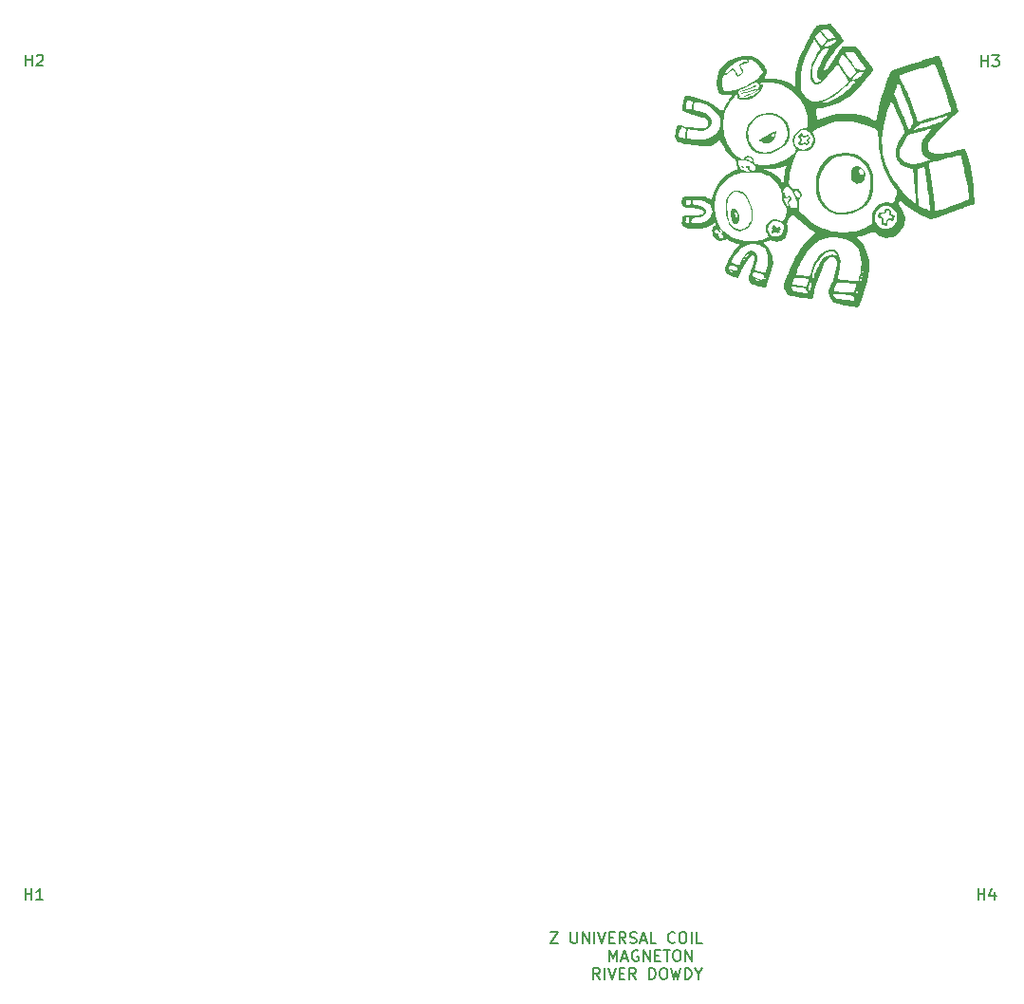
<source format=gto>
%TF.GenerationSoftware,KiCad,Pcbnew,8.0.5*%
%TF.CreationDate,2024-11-19T20:18:48-08:00*%
%TF.ProjectId,Coil_Pannel_Z,436f696c-5f50-4616-9e6e-656c5f5a2e6b,1.0*%
%TF.SameCoordinates,Original*%
%TF.FileFunction,Legend,Top*%
%TF.FilePolarity,Positive*%
%FSLAX46Y46*%
G04 Gerber Fmt 4.6, Leading zero omitted, Abs format (unit mm)*
G04 Created by KiCad (PCBNEW 8.0.5) date 2024-11-19 20:18:48*
%MOMM*%
%LPD*%
G01*
G04 APERTURE LIST*
%ADD10C,0.150000*%
%ADD11C,0.000000*%
%ADD12C,2.600000*%
%ADD13C,4.700000*%
%ADD14C,7.500000*%
G04 APERTURE END LIST*
D10*
X150736268Y-137523931D02*
X151402934Y-137523931D01*
X151402934Y-137523931D02*
X150736268Y-138523931D01*
X150736268Y-138523931D02*
X151402934Y-138523931D01*
X152545792Y-137523931D02*
X152545792Y-138333454D01*
X152545792Y-138333454D02*
X152593411Y-138428692D01*
X152593411Y-138428692D02*
X152641030Y-138476312D01*
X152641030Y-138476312D02*
X152736268Y-138523931D01*
X152736268Y-138523931D02*
X152926744Y-138523931D01*
X152926744Y-138523931D02*
X153021982Y-138476312D01*
X153021982Y-138476312D02*
X153069601Y-138428692D01*
X153069601Y-138428692D02*
X153117220Y-138333454D01*
X153117220Y-138333454D02*
X153117220Y-137523931D01*
X153593411Y-138523931D02*
X153593411Y-137523931D01*
X153593411Y-137523931D02*
X154164839Y-138523931D01*
X154164839Y-138523931D02*
X154164839Y-137523931D01*
X154641030Y-138523931D02*
X154641030Y-137523931D01*
X154974363Y-137523931D02*
X155307696Y-138523931D01*
X155307696Y-138523931D02*
X155641029Y-137523931D01*
X155974363Y-138000121D02*
X156307696Y-138000121D01*
X156450553Y-138523931D02*
X155974363Y-138523931D01*
X155974363Y-138523931D02*
X155974363Y-137523931D01*
X155974363Y-137523931D02*
X156450553Y-137523931D01*
X157450553Y-138523931D02*
X157117220Y-138047740D01*
X156879125Y-138523931D02*
X156879125Y-137523931D01*
X156879125Y-137523931D02*
X157260077Y-137523931D01*
X157260077Y-137523931D02*
X157355315Y-137571550D01*
X157355315Y-137571550D02*
X157402934Y-137619169D01*
X157402934Y-137619169D02*
X157450553Y-137714407D01*
X157450553Y-137714407D02*
X157450553Y-137857264D01*
X157450553Y-137857264D02*
X157402934Y-137952502D01*
X157402934Y-137952502D02*
X157355315Y-138000121D01*
X157355315Y-138000121D02*
X157260077Y-138047740D01*
X157260077Y-138047740D02*
X156879125Y-138047740D01*
X157831506Y-138476312D02*
X157974363Y-138523931D01*
X157974363Y-138523931D02*
X158212458Y-138523931D01*
X158212458Y-138523931D02*
X158307696Y-138476312D01*
X158307696Y-138476312D02*
X158355315Y-138428692D01*
X158355315Y-138428692D02*
X158402934Y-138333454D01*
X158402934Y-138333454D02*
X158402934Y-138238216D01*
X158402934Y-138238216D02*
X158355315Y-138142978D01*
X158355315Y-138142978D02*
X158307696Y-138095359D01*
X158307696Y-138095359D02*
X158212458Y-138047740D01*
X158212458Y-138047740D02*
X158021982Y-138000121D01*
X158021982Y-138000121D02*
X157926744Y-137952502D01*
X157926744Y-137952502D02*
X157879125Y-137904883D01*
X157879125Y-137904883D02*
X157831506Y-137809645D01*
X157831506Y-137809645D02*
X157831506Y-137714407D01*
X157831506Y-137714407D02*
X157879125Y-137619169D01*
X157879125Y-137619169D02*
X157926744Y-137571550D01*
X157926744Y-137571550D02*
X158021982Y-137523931D01*
X158021982Y-137523931D02*
X158260077Y-137523931D01*
X158260077Y-137523931D02*
X158402934Y-137571550D01*
X158783887Y-138238216D02*
X159260077Y-138238216D01*
X158688649Y-138523931D02*
X159021982Y-137523931D01*
X159021982Y-137523931D02*
X159355315Y-138523931D01*
X160164839Y-138523931D02*
X159688649Y-138523931D01*
X159688649Y-138523931D02*
X159688649Y-137523931D01*
X161831506Y-138428692D02*
X161783887Y-138476312D01*
X161783887Y-138476312D02*
X161641030Y-138523931D01*
X161641030Y-138523931D02*
X161545792Y-138523931D01*
X161545792Y-138523931D02*
X161402935Y-138476312D01*
X161402935Y-138476312D02*
X161307697Y-138381073D01*
X161307697Y-138381073D02*
X161260078Y-138285835D01*
X161260078Y-138285835D02*
X161212459Y-138095359D01*
X161212459Y-138095359D02*
X161212459Y-137952502D01*
X161212459Y-137952502D02*
X161260078Y-137762026D01*
X161260078Y-137762026D02*
X161307697Y-137666788D01*
X161307697Y-137666788D02*
X161402935Y-137571550D01*
X161402935Y-137571550D02*
X161545792Y-137523931D01*
X161545792Y-137523931D02*
X161641030Y-137523931D01*
X161641030Y-137523931D02*
X161783887Y-137571550D01*
X161783887Y-137571550D02*
X161831506Y-137619169D01*
X162450554Y-137523931D02*
X162641030Y-137523931D01*
X162641030Y-137523931D02*
X162736268Y-137571550D01*
X162736268Y-137571550D02*
X162831506Y-137666788D01*
X162831506Y-137666788D02*
X162879125Y-137857264D01*
X162879125Y-137857264D02*
X162879125Y-138190597D01*
X162879125Y-138190597D02*
X162831506Y-138381073D01*
X162831506Y-138381073D02*
X162736268Y-138476312D01*
X162736268Y-138476312D02*
X162641030Y-138523931D01*
X162641030Y-138523931D02*
X162450554Y-138523931D01*
X162450554Y-138523931D02*
X162355316Y-138476312D01*
X162355316Y-138476312D02*
X162260078Y-138381073D01*
X162260078Y-138381073D02*
X162212459Y-138190597D01*
X162212459Y-138190597D02*
X162212459Y-137857264D01*
X162212459Y-137857264D02*
X162260078Y-137666788D01*
X162260078Y-137666788D02*
X162355316Y-137571550D01*
X162355316Y-137571550D02*
X162450554Y-137523931D01*
X163307697Y-138523931D02*
X163307697Y-137523931D01*
X164260077Y-138523931D02*
X163783887Y-138523931D01*
X163783887Y-138523931D02*
X163783887Y-137523931D01*
X156021982Y-140133875D02*
X156021982Y-139133875D01*
X156021982Y-139133875D02*
X156355315Y-139848160D01*
X156355315Y-139848160D02*
X156688648Y-139133875D01*
X156688648Y-139133875D02*
X156688648Y-140133875D01*
X157117220Y-139848160D02*
X157593410Y-139848160D01*
X157021982Y-140133875D02*
X157355315Y-139133875D01*
X157355315Y-139133875D02*
X157688648Y-140133875D01*
X158545791Y-139181494D02*
X158450553Y-139133875D01*
X158450553Y-139133875D02*
X158307696Y-139133875D01*
X158307696Y-139133875D02*
X158164839Y-139181494D01*
X158164839Y-139181494D02*
X158069601Y-139276732D01*
X158069601Y-139276732D02*
X158021982Y-139371970D01*
X158021982Y-139371970D02*
X157974363Y-139562446D01*
X157974363Y-139562446D02*
X157974363Y-139705303D01*
X157974363Y-139705303D02*
X158021982Y-139895779D01*
X158021982Y-139895779D02*
X158069601Y-139991017D01*
X158069601Y-139991017D02*
X158164839Y-140086256D01*
X158164839Y-140086256D02*
X158307696Y-140133875D01*
X158307696Y-140133875D02*
X158402934Y-140133875D01*
X158402934Y-140133875D02*
X158545791Y-140086256D01*
X158545791Y-140086256D02*
X158593410Y-140038636D01*
X158593410Y-140038636D02*
X158593410Y-139705303D01*
X158593410Y-139705303D02*
X158402934Y-139705303D01*
X159021982Y-140133875D02*
X159021982Y-139133875D01*
X159021982Y-139133875D02*
X159593410Y-140133875D01*
X159593410Y-140133875D02*
X159593410Y-139133875D01*
X160069601Y-139610065D02*
X160402934Y-139610065D01*
X160545791Y-140133875D02*
X160069601Y-140133875D01*
X160069601Y-140133875D02*
X160069601Y-139133875D01*
X160069601Y-139133875D02*
X160545791Y-139133875D01*
X160831506Y-139133875D02*
X161402934Y-139133875D01*
X161117220Y-140133875D02*
X161117220Y-139133875D01*
X161926744Y-139133875D02*
X162117220Y-139133875D01*
X162117220Y-139133875D02*
X162212458Y-139181494D01*
X162212458Y-139181494D02*
X162307696Y-139276732D01*
X162307696Y-139276732D02*
X162355315Y-139467208D01*
X162355315Y-139467208D02*
X162355315Y-139800541D01*
X162355315Y-139800541D02*
X162307696Y-139991017D01*
X162307696Y-139991017D02*
X162212458Y-140086256D01*
X162212458Y-140086256D02*
X162117220Y-140133875D01*
X162117220Y-140133875D02*
X161926744Y-140133875D01*
X161926744Y-140133875D02*
X161831506Y-140086256D01*
X161831506Y-140086256D02*
X161736268Y-139991017D01*
X161736268Y-139991017D02*
X161688649Y-139800541D01*
X161688649Y-139800541D02*
X161688649Y-139467208D01*
X161688649Y-139467208D02*
X161736268Y-139276732D01*
X161736268Y-139276732D02*
X161831506Y-139181494D01*
X161831506Y-139181494D02*
X161926744Y-139133875D01*
X162783887Y-140133875D02*
X162783887Y-139133875D01*
X162783887Y-139133875D02*
X163355315Y-140133875D01*
X163355315Y-140133875D02*
X163355315Y-139133875D01*
X155117220Y-141743819D02*
X154783887Y-141267628D01*
X154545792Y-141743819D02*
X154545792Y-140743819D01*
X154545792Y-140743819D02*
X154926744Y-140743819D01*
X154926744Y-140743819D02*
X155021982Y-140791438D01*
X155021982Y-140791438D02*
X155069601Y-140839057D01*
X155069601Y-140839057D02*
X155117220Y-140934295D01*
X155117220Y-140934295D02*
X155117220Y-141077152D01*
X155117220Y-141077152D02*
X155069601Y-141172390D01*
X155069601Y-141172390D02*
X155021982Y-141220009D01*
X155021982Y-141220009D02*
X154926744Y-141267628D01*
X154926744Y-141267628D02*
X154545792Y-141267628D01*
X155545792Y-141743819D02*
X155545792Y-140743819D01*
X155879125Y-140743819D02*
X156212458Y-141743819D01*
X156212458Y-141743819D02*
X156545791Y-140743819D01*
X156879125Y-141220009D02*
X157212458Y-141220009D01*
X157355315Y-141743819D02*
X156879125Y-141743819D01*
X156879125Y-141743819D02*
X156879125Y-140743819D01*
X156879125Y-140743819D02*
X157355315Y-140743819D01*
X158355315Y-141743819D02*
X158021982Y-141267628D01*
X157783887Y-141743819D02*
X157783887Y-140743819D01*
X157783887Y-140743819D02*
X158164839Y-140743819D01*
X158164839Y-140743819D02*
X158260077Y-140791438D01*
X158260077Y-140791438D02*
X158307696Y-140839057D01*
X158307696Y-140839057D02*
X158355315Y-140934295D01*
X158355315Y-140934295D02*
X158355315Y-141077152D01*
X158355315Y-141077152D02*
X158307696Y-141172390D01*
X158307696Y-141172390D02*
X158260077Y-141220009D01*
X158260077Y-141220009D02*
X158164839Y-141267628D01*
X158164839Y-141267628D02*
X157783887Y-141267628D01*
X159545792Y-141743819D02*
X159545792Y-140743819D01*
X159545792Y-140743819D02*
X159783887Y-140743819D01*
X159783887Y-140743819D02*
X159926744Y-140791438D01*
X159926744Y-140791438D02*
X160021982Y-140886676D01*
X160021982Y-140886676D02*
X160069601Y-140981914D01*
X160069601Y-140981914D02*
X160117220Y-141172390D01*
X160117220Y-141172390D02*
X160117220Y-141315247D01*
X160117220Y-141315247D02*
X160069601Y-141505723D01*
X160069601Y-141505723D02*
X160021982Y-141600961D01*
X160021982Y-141600961D02*
X159926744Y-141696200D01*
X159926744Y-141696200D02*
X159783887Y-141743819D01*
X159783887Y-141743819D02*
X159545792Y-141743819D01*
X160736268Y-140743819D02*
X160926744Y-140743819D01*
X160926744Y-140743819D02*
X161021982Y-140791438D01*
X161021982Y-140791438D02*
X161117220Y-140886676D01*
X161117220Y-140886676D02*
X161164839Y-141077152D01*
X161164839Y-141077152D02*
X161164839Y-141410485D01*
X161164839Y-141410485D02*
X161117220Y-141600961D01*
X161117220Y-141600961D02*
X161021982Y-141696200D01*
X161021982Y-141696200D02*
X160926744Y-141743819D01*
X160926744Y-141743819D02*
X160736268Y-141743819D01*
X160736268Y-141743819D02*
X160641030Y-141696200D01*
X160641030Y-141696200D02*
X160545792Y-141600961D01*
X160545792Y-141600961D02*
X160498173Y-141410485D01*
X160498173Y-141410485D02*
X160498173Y-141077152D01*
X160498173Y-141077152D02*
X160545792Y-140886676D01*
X160545792Y-140886676D02*
X160641030Y-140791438D01*
X160641030Y-140791438D02*
X160736268Y-140743819D01*
X161498173Y-140743819D02*
X161736268Y-141743819D01*
X161736268Y-141743819D02*
X161926744Y-141029533D01*
X161926744Y-141029533D02*
X162117220Y-141743819D01*
X162117220Y-141743819D02*
X162355316Y-140743819D01*
X162736268Y-141743819D02*
X162736268Y-140743819D01*
X162736268Y-140743819D02*
X162974363Y-140743819D01*
X162974363Y-140743819D02*
X163117220Y-140791438D01*
X163117220Y-140791438D02*
X163212458Y-140886676D01*
X163212458Y-140886676D02*
X163260077Y-140981914D01*
X163260077Y-140981914D02*
X163307696Y-141172390D01*
X163307696Y-141172390D02*
X163307696Y-141315247D01*
X163307696Y-141315247D02*
X163260077Y-141505723D01*
X163260077Y-141505723D02*
X163212458Y-141600961D01*
X163212458Y-141600961D02*
X163117220Y-141696200D01*
X163117220Y-141696200D02*
X162974363Y-141743819D01*
X162974363Y-141743819D02*
X162736268Y-141743819D01*
X163926744Y-141267628D02*
X163926744Y-141743819D01*
X163593411Y-140743819D02*
X163926744Y-141267628D01*
X163926744Y-141267628D02*
X164260077Y-140743819D01*
X188875156Y-134653759D02*
X188875156Y-133653759D01*
X188875156Y-134129949D02*
X189446584Y-134129949D01*
X189446584Y-134653759D02*
X189446584Y-133653759D01*
X190351346Y-133987092D02*
X190351346Y-134653759D01*
X190113251Y-133606140D02*
X189875156Y-134320425D01*
X189875156Y-134320425D02*
X190494203Y-134320425D01*
X103902095Y-60248819D02*
X103902095Y-59248819D01*
X103902095Y-59725009D02*
X104473523Y-59725009D01*
X104473523Y-60248819D02*
X104473523Y-59248819D01*
X104902095Y-59344057D02*
X104949714Y-59296438D01*
X104949714Y-59296438D02*
X105044952Y-59248819D01*
X105044952Y-59248819D02*
X105283047Y-59248819D01*
X105283047Y-59248819D02*
X105378285Y-59296438D01*
X105378285Y-59296438D02*
X105425904Y-59344057D01*
X105425904Y-59344057D02*
X105473523Y-59439295D01*
X105473523Y-59439295D02*
X105473523Y-59534533D01*
X105473523Y-59534533D02*
X105425904Y-59677390D01*
X105425904Y-59677390D02*
X104854476Y-60248819D01*
X104854476Y-60248819D02*
X105473523Y-60248819D01*
X103875146Y-134653809D02*
X103875146Y-133653809D01*
X103875146Y-134129999D02*
X104446574Y-134129999D01*
X104446574Y-134653809D02*
X104446574Y-133653809D01*
X105446574Y-134653809D02*
X104875146Y-134653809D01*
X105160860Y-134653809D02*
X105160860Y-133653809D01*
X105160860Y-133653809D02*
X105065622Y-133796666D01*
X105065622Y-133796666D02*
X104970384Y-133891904D01*
X104970384Y-133891904D02*
X104875146Y-133939523D01*
X189172095Y-60298819D02*
X189172095Y-59298819D01*
X189172095Y-59775009D02*
X189743523Y-59775009D01*
X189743523Y-60298819D02*
X189743523Y-59298819D01*
X190124476Y-59298819D02*
X190743523Y-59298819D01*
X190743523Y-59298819D02*
X190410190Y-59679771D01*
X190410190Y-59679771D02*
X190553047Y-59679771D01*
X190553047Y-59679771D02*
X190648285Y-59727390D01*
X190648285Y-59727390D02*
X190695904Y-59775009D01*
X190695904Y-59775009D02*
X190743523Y-59870247D01*
X190743523Y-59870247D02*
X190743523Y-60108342D01*
X190743523Y-60108342D02*
X190695904Y-60203580D01*
X190695904Y-60203580D02*
X190648285Y-60251200D01*
X190648285Y-60251200D02*
X190553047Y-60298819D01*
X190553047Y-60298819D02*
X190267333Y-60298819D01*
X190267333Y-60298819D02*
X190172095Y-60251200D01*
X190172095Y-60251200D02*
X190124476Y-60203580D01*
D11*
G36*
X169098892Y-61978898D02*
G01*
X169037393Y-62055584D01*
X169030315Y-62063235D01*
X168950125Y-62130250D01*
X168831285Y-62196702D01*
X168664811Y-62266339D01*
X168441720Y-62342911D01*
X168153028Y-62430166D01*
X168146456Y-62432065D01*
X167917934Y-62496563D01*
X167758336Y-62537942D01*
X167664229Y-62556853D01*
X167632179Y-62553944D01*
X167658753Y-62529864D01*
X167672180Y-62521758D01*
X167730930Y-62496002D01*
X167846694Y-62451801D01*
X168004223Y-62394766D01*
X168188269Y-62330505D01*
X168243395Y-62311668D01*
X168445988Y-62239175D01*
X168639241Y-62163599D01*
X168803139Y-62093184D01*
X168917667Y-62036174D01*
X168930162Y-62028793D01*
X169044243Y-61965147D01*
X169100831Y-61948633D01*
X169098892Y-61978898D01*
G37*
G36*
X170766516Y-74493914D02*
G01*
X170830191Y-74565259D01*
X170898676Y-74641196D01*
X170950502Y-74665909D01*
X171014008Y-74649621D01*
X171036491Y-74639676D01*
X171119354Y-74612196D01*
X171179188Y-74632594D01*
X171219653Y-74669130D01*
X171297219Y-74746697D01*
X171191882Y-74856645D01*
X171128209Y-74928480D01*
X171115123Y-74966798D01*
X171147378Y-74989880D01*
X171153001Y-74992095D01*
X171194179Y-75015272D01*
X171184348Y-75049318D01*
X171138096Y-75098958D01*
X171079941Y-75148382D01*
X171022967Y-75160713D01*
X170935385Y-75140067D01*
X170902609Y-75129453D01*
X170780665Y-75099786D01*
X170688842Y-75108337D01*
X170651511Y-75122771D01*
X170553945Y-75160479D01*
X170496649Y-75160597D01*
X170469267Y-75141567D01*
X170444322Y-75070490D01*
X170474606Y-74990001D01*
X170507736Y-74957293D01*
X170547981Y-74914396D01*
X170546208Y-74856181D01*
X170523406Y-74794267D01*
X170496801Y-74709059D01*
X170509518Y-74641255D01*
X170561914Y-74560675D01*
X170636903Y-74473821D01*
X170698711Y-74451458D01*
X170766516Y-74493914D01*
G37*
G36*
X178161418Y-69202348D02*
G01*
X178349332Y-69260689D01*
X178525248Y-69368722D01*
X178674189Y-69520117D01*
X178761001Y-69662115D01*
X178811063Y-69837369D01*
X178820540Y-70042404D01*
X178790644Y-70243457D01*
X178735059Y-70386210D01*
X178609358Y-70550700D01*
X178449638Y-70674986D01*
X178273313Y-70750248D01*
X178097796Y-70767667D01*
X178014045Y-70751387D01*
X177818892Y-70651312D01*
X177665863Y-70489852D01*
X177603877Y-70380940D01*
X177557783Y-70266101D01*
X177534821Y-70153070D01*
X177530444Y-70011407D01*
X177534129Y-69913858D01*
X177561858Y-69697346D01*
X178259906Y-69697346D01*
X178294289Y-69823791D01*
X178363088Y-69925787D01*
X178459289Y-69982552D01*
X178502565Y-69987943D01*
X178588454Y-69958571D01*
X178629946Y-69914285D01*
X178668795Y-69776729D01*
X178635272Y-69638598D01*
X178535699Y-69501852D01*
X178402030Y-69359608D01*
X178322437Y-69454221D01*
X178266951Y-69567229D01*
X178259906Y-69697346D01*
X177561858Y-69697346D01*
X177568349Y-69646659D01*
X177641388Y-69442924D01*
X177754395Y-69299920D01*
X177809498Y-69260052D01*
X177976481Y-69200026D01*
X178161418Y-69202348D01*
G37*
G36*
X167216852Y-73031514D02*
G01*
X167333902Y-73126892D01*
X167432655Y-73268534D01*
X167509649Y-73441920D01*
X167561424Y-73632527D01*
X167584519Y-73825833D01*
X167575473Y-74007319D01*
X167530824Y-74162461D01*
X167447111Y-74276739D01*
X167397895Y-74309878D01*
X167311246Y-74350428D01*
X167247958Y-74359355D01*
X167165005Y-74342366D01*
X167160964Y-74341305D01*
X167078932Y-74284058D01*
X167001185Y-74165881D01*
X166932643Y-74002000D01*
X166878224Y-73807646D01*
X166842847Y-73598045D01*
X166831431Y-73388428D01*
X166833442Y-73327311D01*
X166835801Y-73302737D01*
X167168717Y-73302737D01*
X167178496Y-73413959D01*
X167201130Y-73530647D01*
X167233669Y-73630289D01*
X167264400Y-73682106D01*
X167328660Y-73728093D01*
X167371867Y-73701041D01*
X167393848Y-73601155D01*
X167396820Y-73525088D01*
X167377691Y-73414706D01*
X167328999Y-73305121D01*
X167265091Y-73220936D01*
X167200313Y-73186751D01*
X167199519Y-73186744D01*
X167174742Y-73219494D01*
X167168717Y-73302737D01*
X166835801Y-73302737D01*
X166848837Y-73166924D01*
X166880336Y-73068183D01*
X166938853Y-73016749D01*
X167035307Y-72998282D01*
X167084966Y-72996922D01*
X167216852Y-73031514D01*
G37*
G36*
X170848110Y-66072691D02*
G01*
X170861575Y-66147217D01*
X170852081Y-66270000D01*
X170824163Y-66418275D01*
X170782353Y-66569272D01*
X170731187Y-66700224D01*
X170717968Y-66726233D01*
X170568520Y-66930275D01*
X170376705Y-67072473D01*
X170147983Y-67149304D01*
X170044122Y-67161131D01*
X169854192Y-67157419D01*
X169717398Y-67120203D01*
X169701550Y-67112183D01*
X169565351Y-67030249D01*
X169455101Y-66948394D01*
X169383527Y-66877673D01*
X169363357Y-66829143D01*
X169367559Y-66822045D01*
X169421094Y-66784342D01*
X169526519Y-66722496D01*
X169671941Y-66642527D01*
X169845467Y-66550455D01*
X170035205Y-66452298D01*
X170125506Y-66406592D01*
X170443880Y-66406592D01*
X170472145Y-66506083D01*
X170546728Y-66557340D01*
X170576716Y-66560657D01*
X170634228Y-66547171D01*
X170673355Y-66494535D01*
X170707640Y-66384661D01*
X170731028Y-66279093D01*
X170740494Y-66209247D01*
X170738557Y-66195265D01*
X170701040Y-66204739D01*
X170629375Y-66247167D01*
X170547044Y-66305710D01*
X170477529Y-66363526D01*
X170444311Y-66403777D01*
X170443880Y-66406592D01*
X170125506Y-66406592D01*
X170229262Y-66354076D01*
X170415746Y-66261807D01*
X170582763Y-66181513D01*
X170718421Y-66119210D01*
X170810828Y-66080920D01*
X170848090Y-66072661D01*
X170848110Y-66072691D01*
G37*
G36*
X167587710Y-71397074D02*
G01*
X167825390Y-71507856D01*
X168048770Y-71688924D01*
X168255366Y-71937628D01*
X168442692Y-72251315D01*
X168608262Y-72627335D01*
X168658798Y-72767854D01*
X168716652Y-72946714D01*
X168753425Y-73093051D01*
X168773905Y-73236531D01*
X168782882Y-73406818D01*
X168784833Y-73548513D01*
X168777670Y-73826862D01*
X168748543Y-74049031D01*
X168691649Y-74233268D01*
X168601183Y-74397822D01*
X168471340Y-74560939D01*
X168458182Y-74575454D01*
X168262813Y-74751289D01*
X168042876Y-74885685D01*
X167814180Y-74972659D01*
X167592531Y-75006228D01*
X167393736Y-74980410D01*
X167390791Y-74979470D01*
X167177800Y-74886767D01*
X166996186Y-74751680D01*
X166836124Y-74564161D01*
X166687790Y-74314165D01*
X166635338Y-74206870D01*
X166498508Y-73839950D01*
X166408306Y-73435592D01*
X166367429Y-73017451D01*
X166370557Y-72902862D01*
X166507733Y-72902862D01*
X166507974Y-72939218D01*
X166525575Y-73358893D01*
X166571881Y-73715038D01*
X166649203Y-74015563D01*
X166759850Y-74268380D01*
X166906134Y-74481399D01*
X166982630Y-74564806D01*
X167186672Y-74722620D01*
X167415097Y-74818748D01*
X167653695Y-74850449D01*
X167888253Y-74814979D01*
X168014171Y-74763923D01*
X168247416Y-74614698D01*
X168425325Y-74427870D01*
X168548023Y-74223097D01*
X168605839Y-74100412D01*
X168642134Y-74000871D01*
X168661562Y-73899888D01*
X168668774Y-73772875D01*
X168668424Y-73595246D01*
X168668326Y-73587388D01*
X168639277Y-73226126D01*
X168565020Y-72865195D01*
X168451499Y-72521181D01*
X168304654Y-72210671D01*
X168130426Y-71950252D01*
X168048894Y-71858135D01*
X167825628Y-71665672D01*
X167602282Y-71543020D01*
X167384260Y-71490296D01*
X167176964Y-71507617D01*
X166985797Y-71595100D01*
X166816163Y-71752863D01*
X166759215Y-71830150D01*
X166657032Y-72003227D01*
X166584739Y-72179615D01*
X166538390Y-72376735D01*
X166514036Y-72612011D01*
X166507733Y-72902862D01*
X166370557Y-72902862D01*
X166378574Y-72609178D01*
X166421333Y-72329923D01*
X166509616Y-72044968D01*
X166638850Y-71799023D01*
X166801539Y-71600025D01*
X166990185Y-71455912D01*
X167197289Y-71374621D01*
X167338217Y-71359230D01*
X167587710Y-71397074D01*
G37*
G36*
X170499724Y-64449442D02*
G01*
X170854202Y-64524906D01*
X171177101Y-64664216D01*
X171461899Y-64862968D01*
X171702070Y-65116759D01*
X171891090Y-65421183D01*
X172006363Y-65715449D01*
X172049200Y-65877213D01*
X172072315Y-66025811D01*
X172079044Y-66192798D01*
X172074787Y-66362826D01*
X172064235Y-66548046D01*
X172047091Y-66681642D01*
X172017934Y-66788144D01*
X171971341Y-66892080D01*
X171948209Y-66935507D01*
X171792944Y-67160279D01*
X171579279Y-67385502D01*
X171323837Y-67598502D01*
X171043242Y-67786606D01*
X170754117Y-67937140D01*
X170520042Y-68024333D01*
X170347926Y-68061748D01*
X170133966Y-68088732D01*
X169904891Y-68103785D01*
X169687432Y-68105406D01*
X169508319Y-68092094D01*
X169460488Y-68083811D01*
X169133121Y-67977985D01*
X168848031Y-67809131D01*
X168606287Y-67578274D01*
X168408960Y-67286437D01*
X168257119Y-66934644D01*
X168255763Y-66930617D01*
X168173762Y-66573902D01*
X168166966Y-66239189D01*
X168366607Y-66239189D01*
X168385780Y-66572127D01*
X168462132Y-66895917D01*
X168592431Y-67197908D01*
X168773441Y-67465445D01*
X169001928Y-67685877D01*
X169057081Y-67725993D01*
X169306579Y-67865594D01*
X169568586Y-67944818D01*
X169855794Y-67965627D01*
X170180897Y-67929979D01*
X170267599Y-67912896D01*
X170581322Y-67818651D01*
X170892215Y-67674507D01*
X171182830Y-67491749D01*
X171435721Y-67281659D01*
X171633440Y-67055522D01*
X171664945Y-67009180D01*
X171799010Y-66735828D01*
X171866301Y-66444751D01*
X171871183Y-66145426D01*
X171818022Y-65847329D01*
X171711183Y-65559934D01*
X171555032Y-65292718D01*
X171353933Y-65055156D01*
X171112253Y-64856724D01*
X170834357Y-64706897D01*
X170565768Y-64623298D01*
X170226911Y-64583044D01*
X169897796Y-64611864D01*
X169779454Y-64638650D01*
X169486248Y-64741947D01*
X169202736Y-64891599D01*
X168943966Y-65076230D01*
X168724981Y-65284462D01*
X168560828Y-65504919D01*
X168512739Y-65596482D01*
X168407849Y-65909757D01*
X168366607Y-66239189D01*
X168166966Y-66239189D01*
X168166603Y-66221293D01*
X168232970Y-65877931D01*
X168371549Y-65548955D01*
X168581026Y-65239508D01*
X168729976Y-65075500D01*
X169037633Y-64814365D01*
X169369777Y-64623776D01*
X169733621Y-64500448D01*
X170120192Y-64442228D01*
X170499724Y-64449442D01*
G37*
G36*
X173260275Y-66368675D02*
G01*
X173332139Y-66444573D01*
X173397398Y-66471865D01*
X173476269Y-66450148D01*
X173588970Y-66379019D01*
X173613439Y-66361632D01*
X173661546Y-66340551D01*
X173710799Y-66361380D01*
X173781286Y-66433687D01*
X173792776Y-66447038D01*
X173880926Y-66572374D01*
X173902449Y-66666886D01*
X173857993Y-66735456D01*
X173833085Y-66751062D01*
X173767998Y-66814280D01*
X173769095Y-66903459D01*
X173819064Y-67000904D01*
X173858724Y-67073319D01*
X173850304Y-67124639D01*
X173809969Y-67174455D01*
X173705005Y-67271388D01*
X173618585Y-67302271D01*
X173537650Y-67270352D01*
X173511990Y-67248551D01*
X173448529Y-67195435D01*
X173401685Y-67193540D01*
X173334699Y-67240050D01*
X173197429Y-67320409D01*
X173073902Y-67341706D01*
X173033385Y-67332960D01*
X172912750Y-67261841D01*
X172854675Y-67166290D01*
X172858034Y-67126382D01*
X173036795Y-67126382D01*
X173061693Y-67191149D01*
X173117428Y-67219309D01*
X173196494Y-67192494D01*
X173202597Y-67188164D01*
X173302376Y-67123050D01*
X173366439Y-67087167D01*
X173443113Y-67064687D01*
X173511222Y-67097973D01*
X173529468Y-67113764D01*
X173591239Y-67159733D01*
X173635696Y-67152006D01*
X173664756Y-67126116D01*
X173699674Y-67078665D01*
X173693823Y-67025283D01*
X173657321Y-66954688D01*
X173618258Y-66877483D01*
X173617504Y-66821286D01*
X173658720Y-66751294D01*
X173682098Y-66719318D01*
X173737376Y-66638165D01*
X173748587Y-66589173D01*
X173719495Y-66545234D01*
X173707917Y-66533411D01*
X173662285Y-66496727D01*
X173619781Y-66501546D01*
X173555644Y-66553827D01*
X173532731Y-66575584D01*
X173421481Y-66653416D01*
X173327628Y-66657125D01*
X173251246Y-66586719D01*
X173231522Y-66550671D01*
X173170536Y-66469431D01*
X173103582Y-66448103D01*
X173050188Y-66488115D01*
X173053551Y-66543506D01*
X173095367Y-66625208D01*
X173105062Y-66638897D01*
X173173887Y-66766886D01*
X173172134Y-66874303D01*
X173109547Y-66960507D01*
X173050244Y-67043379D01*
X173036795Y-67126382D01*
X172858034Y-67126382D01*
X172863613Y-67060087D01*
X172919142Y-66979548D01*
X172984437Y-66879402D01*
X172979774Y-66772544D01*
X172904535Y-66649131D01*
X172897967Y-66641227D01*
X172835596Y-66540757D01*
X172838448Y-66455538D01*
X172910084Y-66375448D01*
X173014140Y-66311022D01*
X173152472Y-66236969D01*
X173260275Y-66368675D01*
G37*
G36*
X180895174Y-73006911D02*
G01*
X180959022Y-73036868D01*
X181048879Y-73086205D01*
X181093007Y-73132511D01*
X181105273Y-73202821D01*
X181100309Y-73312355D01*
X181087508Y-73509233D01*
X181247178Y-73543345D01*
X181349185Y-73573551D01*
X181414020Y-73608501D01*
X181422977Y-73620107D01*
X181423772Y-73686312D01*
X181404318Y-73794028D01*
X181372322Y-73913920D01*
X181335493Y-74016656D01*
X181304738Y-74070054D01*
X181249212Y-74087336D01*
X181148426Y-74063660D01*
X181100482Y-74045582D01*
X180999214Y-74007705D01*
X180941728Y-74000679D01*
X180901542Y-74025976D01*
X180873996Y-74058171D01*
X180824423Y-74148474D01*
X180786829Y-74265992D01*
X180783938Y-74280251D01*
X180747528Y-74409881D01*
X180699143Y-74494197D01*
X180654434Y-74517906D01*
X180606523Y-74505120D01*
X180515919Y-74475214D01*
X180482136Y-74463348D01*
X180335699Y-74398954D01*
X180258565Y-74330986D01*
X180244011Y-74251268D01*
X180262014Y-74195504D01*
X180296514Y-74079505D01*
X180306848Y-73986181D01*
X180297731Y-73913685D01*
X180256942Y-73869747D01*
X180164324Y-73834818D01*
X180145004Y-73829229D01*
X180040339Y-73796396D01*
X179969035Y-73768411D01*
X179956506Y-73761059D01*
X179948259Y-73713364D01*
X179958748Y-73621157D01*
X179973671Y-73551577D01*
X180154524Y-73551577D01*
X180169423Y-73622185D01*
X180226604Y-73673212D01*
X180306848Y-73709677D01*
X180403982Y-73758743D01*
X180451520Y-73820981D01*
X180455470Y-73915001D01*
X180421838Y-74059410D01*
X180420847Y-74062858D01*
X180401015Y-74158928D01*
X180417100Y-74215336D01*
X180449132Y-74244928D01*
X180549909Y-74288317D01*
X180631721Y-74258885D01*
X180691282Y-74158345D01*
X180705035Y-74111714D01*
X180743590Y-73985318D01*
X180794567Y-73913564D01*
X180879550Y-73879065D01*
X181011346Y-73864966D01*
X181125359Y-73854080D01*
X181183953Y-73832170D01*
X181207869Y-73787715D01*
X181213387Y-73752722D01*
X181211432Y-73684701D01*
X181172005Y-73645759D01*
X181080104Y-73617263D01*
X180935184Y-73582243D01*
X180940157Y-73388064D01*
X180939880Y-73272747D01*
X180925016Y-73212031D01*
X180886021Y-73184523D01*
X180844955Y-73174650D01*
X180733835Y-73179053D01*
X180664799Y-73234744D01*
X180649577Y-73298034D01*
X180623918Y-73382539D01*
X180542257Y-73432844D01*
X180397567Y-73452670D01*
X180356353Y-73453311D01*
X180239217Y-73455901D01*
X180179212Y-73469838D01*
X180157339Y-73504374D01*
X180154524Y-73551577D01*
X179973671Y-73551577D01*
X179982154Y-73512022D01*
X180012656Y-73413541D01*
X180041967Y-73356078D01*
X180108959Y-73330987D01*
X180236814Y-73337156D01*
X180246650Y-73338601D01*
X180399891Y-73346694D01*
X180493468Y-73313012D01*
X180533104Y-73234837D01*
X180535334Y-73201389D01*
X180558762Y-73061624D01*
X180627796Y-72982137D01*
X180740559Y-72963657D01*
X180895174Y-73006911D01*
G37*
G36*
X177328716Y-68036974D02*
G01*
X177559321Y-68053911D01*
X177717343Y-68080003D01*
X178113377Y-68211848D01*
X178472726Y-68407528D01*
X178789624Y-68661271D01*
X179058304Y-68967309D01*
X179273000Y-69319871D01*
X179427945Y-69713188D01*
X179457725Y-69821384D01*
X179485305Y-69955054D01*
X179504727Y-70111506D01*
X179517037Y-70305278D01*
X179523283Y-70550908D01*
X179524593Y-70749563D01*
X179523810Y-71004078D01*
X179519644Y-71199007D01*
X179510617Y-71350905D01*
X179495252Y-71476325D01*
X179472072Y-71591818D01*
X179439599Y-71713940D01*
X179438059Y-71719290D01*
X179322970Y-72051280D01*
X179179172Y-72332584D01*
X178992710Y-72587234D01*
X178836401Y-72755466D01*
X178538263Y-73006171D01*
X178192716Y-73208505D01*
X177792047Y-73366669D01*
X177622141Y-73416492D01*
X177410672Y-73460752D01*
X177162107Y-73493048D01*
X176898167Y-73512415D01*
X176640572Y-73517892D01*
X176411043Y-73508515D01*
X176231299Y-73483322D01*
X176213145Y-73478944D01*
X175911203Y-73375563D01*
X175606622Y-73225099D01*
X175320497Y-73040699D01*
X175073921Y-72835514D01*
X174930255Y-72679207D01*
X174756306Y-72420201D01*
X174605656Y-72119363D01*
X174494256Y-71810669D01*
X174461857Y-71681454D01*
X174431489Y-71476889D01*
X174412795Y-71221007D01*
X174405768Y-70937753D01*
X174406452Y-70895374D01*
X174704733Y-70895374D01*
X174728541Y-71285919D01*
X174791914Y-71664824D01*
X174892826Y-72010932D01*
X174980003Y-72213095D01*
X175192358Y-72561376D01*
X175445256Y-72845287D01*
X175738141Y-73064575D01*
X176070454Y-73218990D01*
X176441639Y-73308280D01*
X176851138Y-73332194D01*
X177298395Y-73290481D01*
X177350738Y-73281725D01*
X177772765Y-73176946D01*
X178141499Y-73018377D01*
X178458950Y-72804599D01*
X178727129Y-72534188D01*
X178948044Y-72205724D01*
X178993436Y-72119722D01*
X179093330Y-71901000D01*
X179166102Y-71687780D01*
X179216386Y-71459400D01*
X179248817Y-71195200D01*
X179266976Y-70900235D01*
X179274447Y-70645322D01*
X179271658Y-70442339D01*
X179257383Y-70267590D01*
X179230395Y-70097381D01*
X179223619Y-70063060D01*
X179105794Y-69649658D01*
X178931394Y-69286525D01*
X178702896Y-68975832D01*
X178422778Y-68719748D01*
X178093514Y-68520444D01*
X177717582Y-68380089D01*
X177297459Y-68300852D01*
X177202209Y-68292055D01*
X176863381Y-68285779D01*
X176540061Y-68316967D01*
X176252921Y-68382824D01*
X176098902Y-68441313D01*
X175829843Y-68601112D01*
X175568902Y-68824010D01*
X175326033Y-69096968D01*
X175111191Y-69406945D01*
X174934330Y-69740901D01*
X174805403Y-70085797D01*
X174783909Y-70164001D01*
X174722514Y-70514348D01*
X174704733Y-70895374D01*
X174406452Y-70895374D01*
X174410398Y-70651071D01*
X174426680Y-70384905D01*
X174454606Y-70163199D01*
X174462340Y-70122629D01*
X174589222Y-69677521D01*
X174775048Y-69278126D01*
X175016936Y-68927502D01*
X175312007Y-68628710D01*
X175657380Y-68384807D01*
X176050176Y-68198854D01*
X176365469Y-68101393D01*
X176563117Y-68066244D01*
X176805970Y-68043531D01*
X177069384Y-68033644D01*
X177328716Y-68036974D01*
G37*
G36*
X175786462Y-56518065D02*
G01*
X175823247Y-56553048D01*
X175896476Y-56638753D01*
X175998143Y-56764610D01*
X176120247Y-56920051D01*
X176254781Y-57094507D01*
X176393743Y-57277410D01*
X176529130Y-57458192D01*
X176652936Y-57626282D01*
X176757158Y-57771113D01*
X176833793Y-57882117D01*
X176874836Y-57948724D01*
X176879562Y-57961445D01*
X176855524Y-58002588D01*
X176789352Y-58089229D01*
X176689963Y-58210340D01*
X176566271Y-58354896D01*
X176504559Y-58425220D01*
X176237110Y-58733532D01*
X176015835Y-59002640D01*
X175831153Y-59245222D01*
X175673483Y-59473960D01*
X175533245Y-59701533D01*
X175510649Y-59740667D01*
X175386611Y-59968908D01*
X175276999Y-60192533D01*
X175187667Y-60397748D01*
X175124465Y-60570759D01*
X175093245Y-60697773D01*
X175090967Y-60729988D01*
X175095744Y-60770812D01*
X175114958Y-60780234D01*
X175157924Y-60752149D01*
X175233955Y-60680451D01*
X175352366Y-60559034D01*
X175353414Y-60557945D01*
X175500830Y-60389303D01*
X175673678Y-60165883D01*
X175862916Y-59900823D01*
X175900714Y-59844379D01*
X176423358Y-59844379D01*
X176443277Y-59889152D01*
X176498846Y-59984770D01*
X176582936Y-60120516D01*
X176688419Y-60285671D01*
X176808167Y-60469516D01*
X176935052Y-60661333D01*
X177061946Y-60850403D01*
X177181722Y-61026009D01*
X177287250Y-61177431D01*
X177371404Y-61293952D01*
X177427055Y-61364853D01*
X177445677Y-61381647D01*
X177484155Y-61354970D01*
X177560731Y-61282841D01*
X177663337Y-61177110D01*
X177751389Y-61081474D01*
X177862564Y-60955472D01*
X177951590Y-60849471D01*
X178007795Y-60776503D01*
X178021991Y-60751134D01*
X178000096Y-60714384D01*
X177939510Y-60627406D01*
X177847879Y-60500417D01*
X177732850Y-60343633D01*
X177602071Y-60167269D01*
X177463187Y-59981541D01*
X177323846Y-59796665D01*
X177191695Y-59622857D01*
X177074380Y-59470334D01*
X176979548Y-59349310D01*
X176914847Y-59270003D01*
X176904224Y-59257834D01*
X176826704Y-59171354D01*
X176625414Y-59486320D01*
X176539262Y-59625176D01*
X176471357Y-59742318D01*
X176430792Y-59821636D01*
X176423358Y-59844379D01*
X175900714Y-59844379D01*
X176059503Y-59607257D01*
X176254396Y-59298323D01*
X176372709Y-59098415D01*
X177016389Y-59098415D01*
X177020948Y-59106309D01*
X177059895Y-59156361D01*
X177132964Y-59249637D01*
X177227138Y-59369534D01*
X177270757Y-59424982D01*
X177392655Y-59586491D01*
X177530052Y-59778697D01*
X177658650Y-59967359D01*
X177693903Y-60021278D01*
X177864036Y-60260475D01*
X178024070Y-60432218D01*
X178181012Y-60543272D01*
X178276561Y-60583571D01*
X178375174Y-60600526D01*
X178507698Y-60605290D01*
X178648709Y-60599249D01*
X178772785Y-60583790D01*
X178854503Y-60560301D01*
X178867546Y-60551324D01*
X178857485Y-60508279D01*
X178799584Y-60409121D01*
X178695217Y-60255863D01*
X178545755Y-60050519D01*
X178352573Y-59795101D01*
X178345969Y-59786493D01*
X177787345Y-59058708D01*
X177385912Y-59058708D01*
X177203521Y-59060560D01*
X177087570Y-59066957D01*
X177028410Y-59079155D01*
X177016389Y-59098415D01*
X176372709Y-59098415D01*
X176438556Y-58987156D01*
X176457570Y-58953709D01*
X176546829Y-58803919D01*
X176630191Y-58677977D01*
X176696625Y-58591818D01*
X176727755Y-58563379D01*
X176788958Y-58550849D01*
X176909685Y-58541050D01*
X177073343Y-58534065D01*
X177263338Y-58529977D01*
X177463080Y-58528871D01*
X177655975Y-58530830D01*
X177825430Y-58535938D01*
X177954853Y-58544279D01*
X178027652Y-58555935D01*
X178030034Y-58556812D01*
X178070370Y-58593653D01*
X178148212Y-58682835D01*
X178256777Y-58815374D01*
X178389283Y-58982284D01*
X178538945Y-59174579D01*
X178698981Y-59383274D01*
X178862607Y-59599383D01*
X179023040Y-59813921D01*
X179173496Y-60017903D01*
X179307194Y-60202342D01*
X179417348Y-60358254D01*
X179497177Y-60476652D01*
X179539897Y-60548552D01*
X179545229Y-60563930D01*
X179520285Y-60624885D01*
X179450019Y-60733141D01*
X179341281Y-60880513D01*
X179200922Y-61058816D01*
X179035791Y-61259865D01*
X178852739Y-61475475D01*
X178658615Y-61697461D01*
X178460270Y-61917638D01*
X178264554Y-62127820D01*
X178078317Y-62319822D01*
X178062197Y-62335990D01*
X177800516Y-62592471D01*
X177575763Y-62800411D01*
X177376283Y-62969924D01*
X177190419Y-63111122D01*
X177086687Y-63182425D01*
X176585061Y-63480484D01*
X176071413Y-63714992D01*
X175531137Y-63891310D01*
X174949626Y-64014797D01*
X174730581Y-64046931D01*
X174587512Y-64067373D01*
X174476504Y-64086379D01*
X174416793Y-64100559D01*
X174412010Y-64103072D01*
X174412060Y-64146317D01*
X174434096Y-64230047D01*
X174437977Y-64241457D01*
X174456457Y-64332454D01*
X174470873Y-64475740D01*
X174479204Y-64647469D01*
X174480461Y-64742528D01*
X174482793Y-64922423D01*
X174490631Y-65035827D01*
X174505245Y-65092295D01*
X174527901Y-65101380D01*
X174528063Y-65101311D01*
X174582565Y-65077935D01*
X174688487Y-65032508D01*
X174827254Y-64972995D01*
X174899352Y-64942075D01*
X175389368Y-64757171D01*
X175878641Y-64625999D01*
X176384392Y-64545556D01*
X176923844Y-64512837D01*
X177336533Y-64516923D01*
X177855634Y-64553540D01*
X178326944Y-64628165D01*
X178771306Y-64745791D01*
X179209563Y-64911411D01*
X179454640Y-65024323D01*
X179597276Y-65088170D01*
X179706097Y-65125671D01*
X179766308Y-65131944D01*
X179771380Y-65128851D01*
X179790583Y-65080481D01*
X179820479Y-64972394D01*
X179857268Y-64819646D01*
X179897152Y-64637289D01*
X179904981Y-64599488D01*
X180054145Y-63928192D01*
X180225753Y-63253574D01*
X180366314Y-62762274D01*
X181411196Y-62762274D01*
X181425210Y-62805674D01*
X181464888Y-62909817D01*
X181526681Y-63066136D01*
X181607044Y-63266061D01*
X181702428Y-63501024D01*
X181809287Y-63762458D01*
X181924073Y-64041793D01*
X182043239Y-64330462D01*
X182163237Y-64619896D01*
X182280522Y-64901526D01*
X182391544Y-65166785D01*
X182492758Y-65407105D01*
X182580615Y-65613916D01*
X182651569Y-65778651D01*
X182702072Y-65892741D01*
X182728578Y-65947618D01*
X182731425Y-65951274D01*
X182751125Y-65920232D01*
X182798844Y-65836698D01*
X182866381Y-65715174D01*
X182912310Y-65631332D01*
X182988531Y-65483307D01*
X183047861Y-65352488D01*
X183081874Y-65258246D01*
X183086758Y-65230265D01*
X183073905Y-65149939D01*
X183037418Y-65012176D01*
X182980407Y-64825313D01*
X182905983Y-64597684D01*
X182817255Y-64337625D01*
X182717333Y-64053471D01*
X182609328Y-63753557D01*
X182496349Y-63446219D01*
X182381506Y-63139792D01*
X182267909Y-62842612D01*
X182158669Y-62563013D01*
X182056895Y-62309332D01*
X181965697Y-62089903D01*
X181888185Y-61913061D01*
X181827469Y-61787143D01*
X181786660Y-61720483D01*
X181774081Y-61712044D01*
X181749903Y-61748389D01*
X181709005Y-61841831D01*
X181656833Y-61976603D01*
X181598836Y-62136935D01*
X181540462Y-62307063D01*
X181487159Y-62471217D01*
X181444375Y-62613632D01*
X181417559Y-62718538D01*
X181411196Y-62762274D01*
X180366314Y-62762274D01*
X180414436Y-62594072D01*
X180614826Y-61968123D01*
X180821555Y-61394167D01*
X180886232Y-61229323D01*
X180926503Y-61132450D01*
X181830087Y-61132450D01*
X181846861Y-61180303D01*
X181893599Y-61284405D01*
X181964924Y-61433540D01*
X182055458Y-61616491D01*
X182159825Y-61822040D01*
X182172133Y-61845963D01*
X182293840Y-62085362D01*
X182417379Y-62333887D01*
X182532938Y-62571414D01*
X182630704Y-62777819D01*
X182689657Y-62907337D01*
X182742916Y-63035984D01*
X182811023Y-63212683D01*
X182890151Y-63426304D01*
X182976471Y-63665719D01*
X183066157Y-63919800D01*
X183155381Y-64177416D01*
X183240316Y-64427440D01*
X183317133Y-64658742D01*
X183382006Y-64860194D01*
X183431106Y-65020666D01*
X183460606Y-65129030D01*
X183467568Y-65169173D01*
X183499500Y-65217341D01*
X183544990Y-65227824D01*
X183599022Y-65216566D01*
X183716302Y-65184634D01*
X183887608Y-65134785D01*
X184103721Y-65069778D01*
X184355421Y-64992372D01*
X184633488Y-64905325D01*
X184811182Y-64848969D01*
X185109374Y-64754026D01*
X185394243Y-64663493D01*
X185655039Y-64580774D01*
X185881014Y-64509271D01*
X186061420Y-64452388D01*
X186185509Y-64413527D01*
X186223683Y-64401734D01*
X186344870Y-64358177D01*
X186433328Y-64314211D01*
X186466004Y-64284908D01*
X186469211Y-64206421D01*
X186446310Y-64064143D01*
X186399499Y-63864991D01*
X186330980Y-63615878D01*
X186242951Y-63323721D01*
X186137612Y-62995435D01*
X186017163Y-62637934D01*
X185883803Y-62258135D01*
X185739732Y-61862952D01*
X185587149Y-61459302D01*
X185478947Y-61181722D01*
X185358485Y-60877854D01*
X185261826Y-60637758D01*
X185185487Y-60454100D01*
X185125983Y-60319545D01*
X185079828Y-60226759D01*
X185043538Y-60168409D01*
X185013628Y-60137161D01*
X184986614Y-60125681D01*
X184976815Y-60124975D01*
X184920453Y-60136114D01*
X184801091Y-60167669D01*
X184628269Y-60216846D01*
X184411525Y-60280851D01*
X184160400Y-60356891D01*
X183884432Y-60442171D01*
X183751326Y-60483874D01*
X183448102Y-60579197D01*
X183148557Y-60673196D01*
X182865805Y-60761768D01*
X182612959Y-60840811D01*
X182403131Y-60906222D01*
X182249435Y-60953899D01*
X182220416Y-60962843D01*
X182043889Y-61021614D01*
X181914101Y-61074049D01*
X181841656Y-61115538D01*
X181830087Y-61132450D01*
X180926503Y-61132450D01*
X180961767Y-61047621D01*
X181033126Y-60887885D01*
X181093067Y-60765535D01*
X181134353Y-60695987D01*
X181139438Y-60690067D01*
X181188429Y-60665254D01*
X181302182Y-60620904D01*
X181472630Y-60559768D01*
X181691706Y-60484596D01*
X181951345Y-60398137D01*
X182243479Y-60303142D01*
X182560042Y-60202361D01*
X182686908Y-60162541D01*
X183036959Y-60053029D01*
X183388351Y-59942946D01*
X183728939Y-59836109D01*
X184046576Y-59736333D01*
X184329117Y-59647434D01*
X184564414Y-59573227D01*
X184740321Y-59517528D01*
X184753654Y-59513290D01*
X184954668Y-59451645D01*
X185132579Y-59401375D01*
X185273781Y-59365991D01*
X185364666Y-59349003D01*
X185389643Y-59349196D01*
X185401096Y-59352484D01*
X185411176Y-59355852D01*
X185421682Y-59364220D01*
X185434418Y-59382512D01*
X185451185Y-59415649D01*
X185473785Y-59468553D01*
X185504020Y-59546146D01*
X185543693Y-59653350D01*
X185594605Y-59795088D01*
X185658558Y-59976280D01*
X185737354Y-60201849D01*
X185832795Y-60476717D01*
X185946683Y-60805806D01*
X186080820Y-61194038D01*
X186237009Y-61646334D01*
X186342868Y-61952861D01*
X186484929Y-62366210D01*
X186617174Y-62755006D01*
X186737687Y-63113366D01*
X186844547Y-63435409D01*
X186935839Y-63715252D01*
X187009642Y-63947013D01*
X187064039Y-64124809D01*
X187097113Y-64242758D01*
X187106944Y-64294979D01*
X187106820Y-64295644D01*
X187071247Y-64348281D01*
X186987784Y-64435828D01*
X186868632Y-64546403D01*
X186725990Y-64668122D01*
X186715808Y-64676454D01*
X186436085Y-64913780D01*
X186146694Y-65175785D01*
X185856403Y-65453239D01*
X185573985Y-65736914D01*
X185308212Y-66017580D01*
X185067853Y-66286009D01*
X184861680Y-66532972D01*
X184698465Y-66749241D01*
X184599293Y-66903386D01*
X184468267Y-67179240D01*
X184405804Y-67423098D01*
X184410663Y-67632776D01*
X184481604Y-67806091D01*
X184617386Y-67940859D01*
X184816769Y-68034897D01*
X185078512Y-68086022D01*
X185276413Y-68095214D01*
X185454972Y-68087636D01*
X185670466Y-68064208D01*
X185929699Y-68023712D01*
X186239475Y-67964932D01*
X186606599Y-67886649D01*
X187037872Y-67787645D01*
X187169122Y-67756506D01*
X187343995Y-67717713D01*
X187498875Y-67688713D01*
X187614349Y-67672833D01*
X187664175Y-67671638D01*
X187704757Y-67686129D01*
X187741606Y-67724971D01*
X187780904Y-67800153D01*
X187828831Y-67923664D01*
X187891568Y-68107492D01*
X187896359Y-68121976D01*
X188075770Y-68706005D01*
X188218140Y-69266480D01*
X188328083Y-69827248D01*
X188410215Y-70412159D01*
X188469148Y-71045059D01*
X188473428Y-71104561D01*
X188491851Y-71366307D01*
X188509875Y-71622186D01*
X188526305Y-71855252D01*
X188539945Y-72048559D01*
X188549601Y-72185162D01*
X188550549Y-72198532D01*
X188556965Y-72380909D01*
X188544859Y-72498037D01*
X188523070Y-72548536D01*
X188476378Y-72576345D01*
X188366827Y-72625454D01*
X188203538Y-72692269D01*
X187995632Y-72773201D01*
X187752230Y-72864657D01*
X187482452Y-72963047D01*
X187351826Y-73009711D01*
X187027890Y-73124955D01*
X186685420Y-73247297D01*
X186342465Y-73370252D01*
X186017077Y-73487337D01*
X185727307Y-73592070D01*
X185491206Y-73677968D01*
X185490098Y-73678373D01*
X185261075Y-73760299D01*
X185050484Y-73832226D01*
X184870884Y-73890132D01*
X184734837Y-73929998D01*
X184654903Y-73947803D01*
X184646585Y-73948363D01*
X184567862Y-73929972D01*
X184436086Y-73878978D01*
X184263696Y-73801654D01*
X184063131Y-73704270D01*
X183846833Y-73593098D01*
X183627241Y-73474409D01*
X183416795Y-73354474D01*
X183227936Y-73239565D01*
X183181961Y-73210020D01*
X182964119Y-73061824D01*
X182734604Y-72894952D01*
X182509786Y-72722206D01*
X182306034Y-72556389D01*
X182139720Y-72410302D01*
X182060165Y-72332739D01*
X181928474Y-72195695D01*
X181880630Y-72281849D01*
X181834744Y-72406220D01*
X181837704Y-72538538D01*
X181892440Y-72692149D01*
X182001880Y-72880404D01*
X182016991Y-72903212D01*
X182166720Y-73143611D01*
X182268529Y-73353276D01*
X182329343Y-73554321D01*
X182356086Y-73768860D01*
X182356857Y-73988645D01*
X182347862Y-74170031D01*
X182331255Y-74304065D01*
X182300171Y-74419552D01*
X182247746Y-74545301D01*
X182201277Y-74641533D01*
X182005565Y-74966832D01*
X181773033Y-75226837D01*
X181504972Y-75420493D01*
X181202675Y-75546743D01*
X181049427Y-75582443D01*
X180741341Y-75600351D01*
X180428643Y-75549134D01*
X180126647Y-75433174D01*
X179850668Y-75256855D01*
X179817713Y-75229908D01*
X179659765Y-75124411D01*
X179502698Y-75082395D01*
X179330861Y-75102871D01*
X179128601Y-75184851D01*
X179125937Y-75186198D01*
X178956269Y-75259290D01*
X178724945Y-75339466D01*
X178445583Y-75422239D01*
X178260789Y-75471227D01*
X178099737Y-75512192D01*
X178330882Y-75787024D01*
X178642212Y-76207142D01*
X178880053Y-76641972D01*
X179046563Y-77097380D01*
X179143900Y-77579233D01*
X179174261Y-78080147D01*
X179169253Y-78347492D01*
X179153059Y-78588783D01*
X179122539Y-78826408D01*
X179074552Y-79082750D01*
X179005960Y-79380196D01*
X178973960Y-79508183D01*
X178911127Y-79742029D01*
X178834772Y-80004576D01*
X178748889Y-80284033D01*
X178657476Y-80568606D01*
X178564528Y-80846503D01*
X178474041Y-81105931D01*
X178390011Y-81335098D01*
X178316434Y-81522211D01*
X178257306Y-81655478D01*
X178228826Y-81707166D01*
X178206818Y-81738356D01*
X178181092Y-81761524D01*
X178143357Y-81775963D01*
X178085327Y-81780968D01*
X177998712Y-81775833D01*
X177875225Y-81759851D01*
X177706577Y-81732317D01*
X177484480Y-81692525D01*
X177200646Y-81639768D01*
X177003769Y-81602820D01*
X176740127Y-81551819D01*
X176499327Y-81502423D01*
X176292137Y-81457067D01*
X176129325Y-81418185D01*
X176021659Y-81388214D01*
X175981688Y-81371684D01*
X175940399Y-81318182D01*
X175875680Y-81212377D01*
X175797085Y-81070620D01*
X175729596Y-80940240D01*
X175636448Y-80744125D01*
X175592952Y-80623949D01*
X175965619Y-80623949D01*
X175989428Y-80700050D01*
X176048812Y-80802159D01*
X176125704Y-80905498D01*
X176202038Y-80985287D01*
X176251226Y-81015681D01*
X176334174Y-81031147D01*
X176475498Y-81052145D01*
X176657796Y-81076584D01*
X176863662Y-81102377D01*
X177075695Y-81127434D01*
X177276490Y-81149665D01*
X177448644Y-81166981D01*
X177574754Y-81177294D01*
X177612620Y-81179113D01*
X177793505Y-81183746D01*
X177793505Y-81050462D01*
X177943664Y-81050462D01*
X178061303Y-80745815D01*
X178163314Y-80405860D01*
X178200046Y-80155560D01*
X178207436Y-80001153D01*
X178201658Y-79918363D01*
X178183683Y-79908033D01*
X178135810Y-79987886D01*
X178085004Y-80123303D01*
X178036614Y-80294141D01*
X177995990Y-80480255D01*
X177968480Y-80661500D01*
X177961210Y-80745815D01*
X177943664Y-81050462D01*
X177793505Y-81050462D01*
X177793505Y-80998004D01*
X177782244Y-80866419D01*
X177751930Y-80781019D01*
X177740772Y-80768497D01*
X177687828Y-80751224D01*
X177571664Y-80729079D01*
X177404919Y-80703955D01*
X177200235Y-80677740D01*
X176970253Y-80652326D01*
X176950592Y-80650329D01*
X176650418Y-80620508D01*
X176417574Y-80598822D01*
X176243690Y-80585048D01*
X176120396Y-80578961D01*
X176039319Y-80580338D01*
X175992089Y-80588954D01*
X175970335Y-80604584D01*
X175965619Y-80623949D01*
X175592952Y-80623949D01*
X175578520Y-80584073D01*
X175556083Y-80440939D01*
X175567720Y-80314017D01*
X176038481Y-80314017D01*
X176052554Y-80334971D01*
X176108921Y-80350732D01*
X176226621Y-80370076D01*
X176390989Y-80391555D01*
X176587363Y-80413721D01*
X176801080Y-80435126D01*
X177017476Y-80454322D01*
X177221887Y-80469861D01*
X177399651Y-80480296D01*
X177536104Y-80484178D01*
X177561472Y-80483967D01*
X177805451Y-80479248D01*
X177912866Y-80100757D01*
X177956573Y-79943236D01*
X177989961Y-79816095D01*
X178009030Y-79735006D01*
X178011616Y-79713900D01*
X177967303Y-79703960D01*
X177860672Y-79691548D01*
X177704977Y-79677486D01*
X177513475Y-79662591D01*
X177495268Y-79661323D01*
X178339647Y-79661323D01*
X178344544Y-79683059D01*
X178369576Y-79691282D01*
X178405383Y-79635398D01*
X178448559Y-79526129D01*
X178495698Y-79374199D01*
X178543393Y-79190331D01*
X178588240Y-78985247D01*
X178618555Y-78820402D01*
X178651635Y-78579329D01*
X178660448Y-78378582D01*
X178647078Y-78192067D01*
X178630013Y-78063548D01*
X178618392Y-78005494D01*
X178610123Y-78012582D01*
X178603112Y-78079487D01*
X178603063Y-78080147D01*
X178561189Y-78446646D01*
X178487434Y-78863009D01*
X178415242Y-79188007D01*
X178369055Y-79399299D01*
X178343422Y-79560114D01*
X178339647Y-79661323D01*
X177495268Y-79661323D01*
X177299423Y-79647684D01*
X177076077Y-79633584D01*
X176856694Y-79621109D01*
X176654529Y-79611081D01*
X176482840Y-79604317D01*
X176354882Y-79601637D01*
X176283912Y-79603861D01*
X176274231Y-79606514D01*
X176248118Y-79656052D01*
X176204728Y-79759430D01*
X176151499Y-79898447D01*
X176124385Y-79973202D01*
X176067654Y-80141922D01*
X176039738Y-80251911D01*
X176038481Y-80314017D01*
X175567720Y-80314017D01*
X175569411Y-80295578D01*
X175618776Y-80128845D01*
X175704452Y-79921594D01*
X175745405Y-79830820D01*
X175920962Y-79417005D01*
X176061801Y-79023323D01*
X176167134Y-78655672D01*
X176236173Y-78319949D01*
X176268130Y-78022051D01*
X176262216Y-77767873D01*
X176217645Y-77563314D01*
X176133626Y-77414269D01*
X176075411Y-77361586D01*
X175939964Y-77308928D01*
X175778805Y-77308751D01*
X175620665Y-77360279D01*
X175595481Y-77374532D01*
X175455650Y-77494025D01*
X175308154Y-77684373D01*
X175155047Y-77940893D01*
X174998383Y-78258899D01*
X174840218Y-78633709D01*
X174682605Y-79060637D01*
X174527600Y-79535000D01*
X174377256Y-80052114D01*
X174309124Y-80307306D01*
X174250783Y-80524304D01*
X174195151Y-80717371D01*
X174146232Y-80873652D01*
X174108027Y-80980291D01*
X174086282Y-81023031D01*
X174056143Y-81039286D01*
X174000801Y-81045637D01*
X173910128Y-81041200D01*
X173773999Y-81025092D01*
X173582285Y-80996432D01*
X173354006Y-80959201D01*
X173107289Y-80918533D01*
X172860685Y-80878673D01*
X172634506Y-80842848D01*
X172449064Y-80814286D01*
X172355328Y-80800480D01*
X172229950Y-80782937D01*
X172137909Y-80765425D01*
X172066148Y-80738126D01*
X172001610Y-80691220D01*
X171931238Y-80614887D01*
X171841974Y-80499309D01*
X171720761Y-80334665D01*
X171701974Y-80309142D01*
X171627238Y-80204234D01*
X171571555Y-80110770D01*
X171536360Y-80019513D01*
X171523885Y-79927117D01*
X172208400Y-79927117D01*
X172208592Y-79955849D01*
X172238277Y-80028639D01*
X172286515Y-80125000D01*
X172342366Y-80224447D01*
X172394888Y-80306496D01*
X172433142Y-80350659D01*
X172435287Y-80351957D01*
X172511109Y-80378163D01*
X172637666Y-80406797D01*
X172800242Y-80436020D01*
X172984124Y-80463992D01*
X173174597Y-80488873D01*
X173356947Y-80508824D01*
X173516460Y-80522005D01*
X173638422Y-80526576D01*
X173708118Y-80520697D01*
X173718842Y-80512444D01*
X173699531Y-80456013D01*
X173650765Y-80364940D01*
X173586293Y-80260575D01*
X173519864Y-80164272D01*
X173465228Y-80097382D01*
X173439960Y-80079355D01*
X173388324Y-80074672D01*
X173275283Y-80061781D01*
X173114948Y-80042375D01*
X172985083Y-80026114D01*
X173756803Y-80026114D01*
X173766632Y-80131597D01*
X173791115Y-80236673D01*
X173823050Y-80320432D01*
X173855232Y-80361966D01*
X173871263Y-80358370D01*
X173893239Y-80309314D01*
X173927358Y-80205211D01*
X173967615Y-80064981D01*
X173984413Y-80001777D01*
X174025543Y-79831928D01*
X174045220Y-79711370D01*
X174045412Y-79616927D01*
X174028089Y-79525417D01*
X174025660Y-79516244D01*
X173993021Y-79418881D01*
X173961518Y-79361955D01*
X173951408Y-79355860D01*
X173924925Y-79389841D01*
X173888581Y-79478612D01*
X173848111Y-79602417D01*
X173809253Y-79741499D01*
X173777743Y-79876100D01*
X173759317Y-79986463D01*
X173756803Y-80026114D01*
X172985083Y-80026114D01*
X172921432Y-80018144D01*
X172804899Y-80003236D01*
X172602795Y-79977233D01*
X172429686Y-79955049D01*
X172298543Y-79938338D01*
X172222336Y-79928756D01*
X172208400Y-79927117D01*
X171523885Y-79927117D01*
X171523090Y-79921228D01*
X171533181Y-79806679D01*
X171557595Y-79708674D01*
X172282633Y-79708674D01*
X172283653Y-79712719D01*
X172331327Y-79744906D01*
X172450347Y-79775501D01*
X172642873Y-79805023D01*
X172697197Y-79811647D01*
X172875404Y-79834275D01*
X173036699Y-79857788D01*
X173158649Y-79878766D01*
X173204749Y-79889024D01*
X173388044Y-79921101D01*
X173518034Y-79901961D01*
X173576878Y-79860432D01*
X173611842Y-79798052D01*
X173652725Y-79691726D01*
X173693316Y-79563340D01*
X173727401Y-79434778D01*
X173748770Y-79327924D01*
X173751210Y-79264665D01*
X173747886Y-79257966D01*
X173704380Y-79247394D01*
X173600720Y-79232937D01*
X173452727Y-79216026D01*
X173276223Y-79198088D01*
X173087029Y-79180554D01*
X172900967Y-79164853D01*
X172733858Y-79152413D01*
X172601525Y-79144664D01*
X172519789Y-79143035D01*
X172501867Y-79145416D01*
X172467121Y-79193330D01*
X172419904Y-79290184D01*
X172369032Y-79413063D01*
X172323320Y-79539048D01*
X172291582Y-79645224D01*
X172282633Y-79708674D01*
X171557595Y-79708674D01*
X171568069Y-79666629D01*
X171629191Y-79491841D01*
X171717982Y-79273079D01*
X171809906Y-79061025D01*
X174066372Y-79061025D01*
X174072201Y-79136129D01*
X174099450Y-79187511D01*
X174107268Y-79195920D01*
X174139145Y-79220219D01*
X174167292Y-79214572D01*
X174198110Y-79168786D01*
X174237999Y-79072668D01*
X174293358Y-78916026D01*
X174305721Y-78879848D01*
X174407078Y-78611809D01*
X174531636Y-78327780D01*
X174668647Y-78049465D01*
X174807360Y-77798565D01*
X174937026Y-77596784D01*
X174950305Y-77578479D01*
X175151760Y-77353928D01*
X175375143Y-77201347D01*
X175626277Y-77118270D01*
X175910989Y-77102226D01*
X176043547Y-77115096D01*
X176169634Y-77129684D01*
X176262038Y-77135395D01*
X176298400Y-77131724D01*
X176296960Y-77085885D01*
X176246842Y-77015328D01*
X176163632Y-76936207D01*
X176062917Y-76864678D01*
X176016420Y-76839457D01*
X175810283Y-76779277D01*
X175595630Y-76790069D01*
X175376769Y-76867728D01*
X175158009Y-77008152D01*
X174943655Y-77207236D01*
X174738017Y-77460879D01*
X174545401Y-77764975D01*
X174370116Y-78115422D01*
X174216469Y-78508116D01*
X174193847Y-78575614D01*
X174125551Y-78792545D01*
X174083608Y-78950423D01*
X174066372Y-79061025D01*
X171809906Y-79061025D01*
X171835880Y-79001108D01*
X171894948Y-78867882D01*
X172668534Y-78867882D01*
X172680763Y-78892774D01*
X172734159Y-78906534D01*
X172848374Y-78924298D01*
X173008303Y-78944071D01*
X173198838Y-78963860D01*
X173267000Y-78970156D01*
X173485872Y-78988597D01*
X173641299Y-78998293D01*
X173745505Y-78999156D01*
X173810714Y-78991099D01*
X173849149Y-78974034D01*
X173858530Y-78965925D01*
X173893940Y-78905174D01*
X173938973Y-78793255D01*
X173984647Y-78652854D01*
X173990400Y-78632857D01*
X174130204Y-78212900D01*
X174300288Y-77826798D01*
X174495460Y-77481996D01*
X174710526Y-77185941D01*
X174940294Y-76946077D01*
X175179571Y-76769850D01*
X175345486Y-76690004D01*
X175590771Y-76625838D01*
X175829228Y-76615320D01*
X176044076Y-76657259D01*
X176218532Y-76750466D01*
X176220519Y-76752057D01*
X176383346Y-76920360D01*
X176500885Y-77129036D01*
X176573751Y-77382360D01*
X176602557Y-77684606D01*
X176587917Y-78040048D01*
X176530448Y-78452958D01*
X176493072Y-78647539D01*
X176446175Y-78876743D01*
X176414071Y-79042200D01*
X176396309Y-79154781D01*
X176392438Y-79225361D01*
X176402007Y-79264811D01*
X176424566Y-79284004D01*
X176459665Y-79293815D01*
X176466226Y-79295201D01*
X176532194Y-79304768D01*
X176659902Y-79319622D01*
X176835232Y-79338255D01*
X177044065Y-79359159D01*
X177241331Y-79377956D01*
X177461263Y-79399099D01*
X177653698Y-79418871D01*
X177806317Y-79435903D01*
X177906804Y-79448824D01*
X177942655Y-79455935D01*
X178006203Y-79472033D01*
X178094341Y-79458745D01*
X178164892Y-79423326D01*
X178171301Y-79416612D01*
X178222480Y-79322002D01*
X178275898Y-79166510D01*
X178328609Y-78965236D01*
X178377667Y-78733284D01*
X178420124Y-78485756D01*
X178453034Y-78237754D01*
X178473451Y-78004380D01*
X178478809Y-77840536D01*
X178449595Y-77393379D01*
X178361530Y-76994553D01*
X178214666Y-76644108D01*
X178009054Y-76342094D01*
X177744747Y-76088560D01*
X177421796Y-75883555D01*
X177040253Y-75727130D01*
X176600170Y-75619335D01*
X176101598Y-75560217D01*
X176100680Y-75560157D01*
X175740013Y-75561264D01*
X175392423Y-75616489D01*
X175038087Y-75730028D01*
X174796814Y-75836100D01*
X174455583Y-76037864D01*
X174121935Y-76309021D01*
X173801918Y-76642818D01*
X173501583Y-77032502D01*
X173226978Y-77471321D01*
X173076554Y-77756459D01*
X172958798Y-78005458D01*
X172856371Y-78242078D01*
X172772702Y-78456476D01*
X172711220Y-78638805D01*
X172675354Y-78779222D01*
X172668534Y-78867882D01*
X171894948Y-78867882D01*
X171942922Y-78759679D01*
X172184339Y-78225801D01*
X172408337Y-77748070D01*
X172613282Y-77329747D01*
X172797542Y-76974094D01*
X172959487Y-76684373D01*
X173073570Y-76499682D01*
X173240501Y-76268591D01*
X173447386Y-76017494D01*
X173675516Y-75766761D01*
X173906178Y-75536762D01*
X174120663Y-75347864D01*
X174160538Y-75316373D01*
X174263408Y-75233609D01*
X174336671Y-75168165D01*
X174364721Y-75133997D01*
X174364716Y-75133762D01*
X174334147Y-75105477D01*
X174250857Y-75043282D01*
X174125833Y-74955010D01*
X173970058Y-74848493D01*
X173879184Y-74787585D01*
X173634790Y-74617547D01*
X173414206Y-74446220D01*
X173195253Y-74255121D01*
X172955751Y-74025769D01*
X172908115Y-73978365D01*
X172749510Y-73822340D01*
X172607076Y-73687033D01*
X172490287Y-73581061D01*
X172408618Y-73513042D01*
X172372740Y-73491392D01*
X172314430Y-73505912D01*
X172253088Y-73555542D01*
X172181554Y-73649386D01*
X172092669Y-73796549D01*
X172002288Y-73962502D01*
X171803070Y-74338410D01*
X171866242Y-74514676D01*
X171923762Y-74779847D01*
X171913853Y-75047186D01*
X171841888Y-75303136D01*
X171713239Y-75534137D01*
X171533280Y-75726629D01*
X171335538Y-75853982D01*
X171127154Y-75921617D01*
X170899860Y-75940880D01*
X170681199Y-75911864D01*
X170525968Y-75851167D01*
X170371303Y-75764240D01*
X170145783Y-75865447D01*
X170020933Y-75918118D01*
X169919388Y-75954934D01*
X169867903Y-75967237D01*
X169789672Y-75987255D01*
X169762338Y-76001509D01*
X169746679Y-76031263D01*
X169772835Y-76083613D01*
X169847323Y-76168520D01*
X169917612Y-76238932D01*
X170187693Y-76543224D01*
X170385550Y-76860475D01*
X170514952Y-77198613D01*
X170579668Y-77565562D01*
X170585132Y-77642216D01*
X170590231Y-77786449D01*
X170585990Y-77914345D01*
X170569549Y-78046612D01*
X170538048Y-78203957D01*
X170488627Y-78407090D01*
X170468911Y-78483793D01*
X170400071Y-78729870D01*
X170313453Y-79010703D01*
X170220438Y-79290690D01*
X170137258Y-79521500D01*
X170057539Y-79727558D01*
X169997308Y-79872002D01*
X169951026Y-79965149D01*
X169913153Y-80017316D01*
X169878151Y-80038821D01*
X169858157Y-80041317D01*
X169784415Y-80030119D01*
X169655362Y-79999848D01*
X169487894Y-79955487D01*
X169298909Y-79902018D01*
X169105303Y-79844424D01*
X168923974Y-79787689D01*
X168771817Y-79736795D01*
X168665732Y-79696725D01*
X168629867Y-79679093D01*
X168554800Y-79601473D01*
X168479498Y-79479219D01*
X168419081Y-79342298D01*
X168388670Y-79220673D01*
X168387508Y-79198802D01*
X168391539Y-79178081D01*
X168765769Y-79178081D01*
X168808486Y-79213983D01*
X168912169Y-79270259D01*
X169071574Y-79343915D01*
X169191383Y-79395040D01*
X169383951Y-79473628D01*
X169513099Y-79522169D01*
X169584629Y-79542377D01*
X169604344Y-79535964D01*
X169585154Y-79511303D01*
X169536171Y-79482152D01*
X169458617Y-79444251D01*
X169758915Y-79444251D01*
X169776686Y-79454672D01*
X169817115Y-79406066D01*
X169875466Y-79298738D01*
X169932709Y-79172290D01*
X169972892Y-79066655D01*
X169986789Y-79008451D01*
X170001638Y-78939406D01*
X170039378Y-78831854D01*
X170067144Y-78765264D01*
X170133205Y-78575194D01*
X170188881Y-78338724D01*
X170228763Y-78085449D01*
X170247440Y-77844970D01*
X170248055Y-77775500D01*
X170246292Y-77673451D01*
X170242686Y-77625975D01*
X170235122Y-77638001D01*
X170221488Y-77714461D01*
X170199671Y-77860283D01*
X170193454Y-77902908D01*
X170131325Y-78236402D01*
X170042811Y-78584992D01*
X169937124Y-78915520D01*
X169851905Y-79132136D01*
X169795487Y-79275652D01*
X169764836Y-79382134D01*
X169758915Y-79444251D01*
X169458617Y-79444251D01*
X169435695Y-79433049D01*
X169302229Y-79372034D01*
X169154275Y-79307142D01*
X169010334Y-79246413D01*
X168888908Y-79197883D01*
X168808500Y-79169592D01*
X168789262Y-79165545D01*
X168765769Y-79178081D01*
X168391539Y-79178081D01*
X168400426Y-79132397D01*
X168436176Y-79008947D01*
X168458338Y-78940725D01*
X168744368Y-78940725D01*
X168748074Y-79004941D01*
X168752325Y-79011151D01*
X168818915Y-79053073D01*
X168937502Y-79108714D01*
X169087067Y-79170134D01*
X169246589Y-79229392D01*
X169395050Y-79278546D01*
X169511430Y-79309655D01*
X169560440Y-79316445D01*
X169650024Y-79306487D01*
X169704599Y-79259959D01*
X169741325Y-79185718D01*
X169785681Y-79071402D01*
X169802487Y-78986947D01*
X169783301Y-78922914D01*
X169719681Y-78869861D01*
X169603186Y-78818351D01*
X169425373Y-78758944D01*
X169334303Y-78730581D01*
X169126547Y-78668868D01*
X168981798Y-78632340D01*
X168891783Y-78619353D01*
X168848230Y-78628263D01*
X168843996Y-78633103D01*
X168798865Y-78727855D01*
X168763477Y-78839379D01*
X168744368Y-78940725D01*
X168458338Y-78940725D01*
X168490250Y-78842490D01*
X168558142Y-78647068D01*
X168612865Y-78496807D01*
X168727461Y-78179322D01*
X168812479Y-77921594D01*
X168870124Y-77714165D01*
X168902600Y-77547579D01*
X168912112Y-77412379D01*
X168900864Y-77299108D01*
X168896633Y-77279586D01*
X168857213Y-77168143D01*
X168801816Y-77118400D01*
X168724410Y-77131195D01*
X168618961Y-77207368D01*
X168490178Y-77336104D01*
X168408851Y-77430573D01*
X168328434Y-77539839D01*
X168242522Y-77674609D01*
X168144713Y-77845590D01*
X168028602Y-78063488D01*
X167887787Y-78339010D01*
X167874099Y-78366172D01*
X167759578Y-78591510D01*
X167655506Y-78792252D01*
X167566943Y-78958963D01*
X167498950Y-79082206D01*
X167456588Y-79152548D01*
X167445383Y-79165455D01*
X167374607Y-79151151D01*
X167253222Y-79113141D01*
X167100161Y-79058773D01*
X166934358Y-78995399D01*
X166774745Y-78930368D01*
X166640256Y-78871030D01*
X166549824Y-78824736D01*
X166527355Y-78809062D01*
X166410539Y-78664282D01*
X166356450Y-78549061D01*
X166726255Y-78549061D01*
X166771633Y-78590443D01*
X166869112Y-78649778D01*
X166990511Y-78711206D01*
X167132359Y-78774486D01*
X167214581Y-78800635D01*
X167243483Y-78790648D01*
X167227268Y-78748554D01*
X167171855Y-78700800D01*
X167069937Y-78642348D01*
X167069773Y-78642273D01*
X167397403Y-78642273D01*
X167413212Y-78660939D01*
X167450413Y-78630672D01*
X167493666Y-78569254D01*
X167527628Y-78494473D01*
X167529165Y-78489518D01*
X167536505Y-78424195D01*
X167520325Y-78403836D01*
X167482001Y-78435239D01*
X167438404Y-78508792D01*
X167405509Y-78593503D01*
X167397403Y-78642273D01*
X167069773Y-78642273D01*
X166947395Y-78586179D01*
X166830110Y-78545277D01*
X166813478Y-78540996D01*
X166738397Y-78530842D01*
X166726255Y-78549061D01*
X166356450Y-78549061D01*
X166327249Y-78486858D01*
X166298385Y-78337591D01*
X166603930Y-78337591D01*
X166604623Y-78347287D01*
X166643763Y-78366335D01*
X166734740Y-78404510D01*
X166858255Y-78453726D01*
X166864477Y-78456152D01*
X167053280Y-78516932D01*
X167194921Y-78530181D01*
X167302150Y-78495390D01*
X167368842Y-78436074D01*
X167430118Y-78334612D01*
X167420351Y-78253671D01*
X167337579Y-78187560D01*
X167273640Y-78160264D01*
X167075398Y-78088914D01*
X166937063Y-78043522D01*
X167697495Y-78043522D01*
X167711820Y-78053399D01*
X167760053Y-78001785D01*
X167839821Y-77888952D01*
X167948748Y-77715175D01*
X167999975Y-77628621D01*
X168184135Y-77340953D01*
X168359273Y-77124247D01*
X168432834Y-77052199D01*
X168635034Y-76871185D01*
X168468799Y-76961534D01*
X168279510Y-77101096D01*
X168093049Y-77310147D01*
X167915123Y-77582070D01*
X167881714Y-77642216D01*
X167780068Y-77838204D01*
X167719453Y-77971881D01*
X167697495Y-78043522D01*
X166937063Y-78043522D01*
X166936310Y-78043275D01*
X166844877Y-78020615D01*
X166789600Y-78018207D01*
X166758980Y-78033318D01*
X166755537Y-78037259D01*
X166712571Y-78103228D01*
X166664532Y-78192629D01*
X166624094Y-78279428D01*
X166603930Y-78337591D01*
X166298385Y-78337591D01*
X166293241Y-78310990D01*
X166293111Y-78300630D01*
X166313309Y-78210232D01*
X166369484Y-78068182D01*
X166455083Y-77886007D01*
X166526009Y-77748184D01*
X166884060Y-77748184D01*
X166889743Y-77797165D01*
X166938642Y-77824010D01*
X167040337Y-77867094D01*
X167175442Y-77918363D01*
X167217729Y-77933479D01*
X167363571Y-77983951D01*
X167455519Y-78010338D01*
X167511423Y-78014122D01*
X167549130Y-77996784D01*
X167582779Y-77963790D01*
X167635638Y-77887005D01*
X167696948Y-77769712D01*
X167733293Y-77686551D01*
X167818011Y-77507519D01*
X167930228Y-77314796D01*
X168056006Y-77128839D01*
X168181409Y-76970107D01*
X168292501Y-76859057D01*
X168302180Y-76851443D01*
X168412707Y-76782822D01*
X168529905Y-76752409D01*
X168638798Y-76747314D01*
X168837090Y-76774735D01*
X168990869Y-76861122D01*
X169110531Y-77012666D01*
X169123147Y-77035628D01*
X169170971Y-77190757D01*
X169183103Y-77395168D01*
X169160913Y-77631604D01*
X169105769Y-77882811D01*
X169040320Y-78079047D01*
X168977331Y-78256822D01*
X168951728Y-78370753D01*
X168960852Y-78421198D01*
X169019169Y-78454101D01*
X169131728Y-78499390D01*
X169278906Y-78550898D01*
X169441079Y-78602457D01*
X169598622Y-78647897D01*
X169731910Y-78681052D01*
X169821321Y-78695754D01*
X169834584Y-78695818D01*
X169886330Y-78684712D01*
X169923332Y-78648944D01*
X169955109Y-78572321D01*
X169991181Y-78438652D01*
X169995060Y-78422876D01*
X170082290Y-77980943D01*
X170118619Y-77579006D01*
X170104393Y-77220953D01*
X170039957Y-76910672D01*
X169925656Y-76652048D01*
X169825458Y-76514251D01*
X169653684Y-76352077D01*
X169463716Y-76244714D01*
X169236997Y-76183937D01*
X169035688Y-76164167D01*
X168651374Y-76173992D01*
X168307661Y-76244825D01*
X167995152Y-76380220D01*
X167704449Y-76583733D01*
X167550435Y-76726006D01*
X167430470Y-76858316D01*
X167306261Y-77015463D01*
X167185309Y-77185287D01*
X167075114Y-77355631D01*
X166983174Y-77514334D01*
X166916989Y-77649238D01*
X166884060Y-77748184D01*
X166526009Y-77748184D01*
X166563549Y-77675235D01*
X166688327Y-77447393D01*
X166822864Y-77214008D01*
X166960603Y-76986608D01*
X167094990Y-76776720D01*
X167219470Y-76595871D01*
X167327487Y-76455588D01*
X167368842Y-76408910D01*
X167468605Y-76302808D01*
X167544559Y-76220955D01*
X167584553Y-76176492D01*
X167587808Y-76172175D01*
X167554097Y-76164604D01*
X167469261Y-76151548D01*
X167425964Y-76145619D01*
X167325440Y-76119500D01*
X167179434Y-76065544D01*
X167009403Y-75992243D01*
X166873765Y-75927034D01*
X166483410Y-75729918D01*
X166330341Y-75791165D01*
X166179236Y-75831042D01*
X165997919Y-75849873D01*
X165819716Y-75846372D01*
X165677956Y-75819252D01*
X165670767Y-75816630D01*
X165556794Y-75747630D01*
X165430940Y-75632342D01*
X165314303Y-75493130D01*
X165227977Y-75352360D01*
X165223224Y-75342169D01*
X165169343Y-75159903D01*
X165154094Y-74966379D01*
X165379112Y-74966379D01*
X165411421Y-75048465D01*
X165490163Y-75126619D01*
X165588056Y-75177749D01*
X165638542Y-75185994D01*
X165700958Y-75192511D01*
X165733179Y-75225401D01*
X165747858Y-75304675D01*
X165752459Y-75366161D01*
X165773346Y-75500446D01*
X165820086Y-75582205D01*
X165845141Y-75603135D01*
X165950931Y-75637929D01*
X166072194Y-75626905D01*
X166155346Y-75583450D01*
X166153712Y-75536652D01*
X166105833Y-75447878D01*
X166020027Y-75328290D01*
X165904610Y-75189051D01*
X165767898Y-75041323D01*
X165703183Y-74976549D01*
X165595326Y-74873070D01*
X165571182Y-74853030D01*
X165838668Y-74853030D01*
X165846538Y-74928751D01*
X165891510Y-75035349D01*
X165916447Y-75078550D01*
X165987839Y-75166773D01*
X166047975Y-75190102D01*
X166088256Y-75146478D01*
X166094944Y-75121275D01*
X166078727Y-75059774D01*
X166027288Y-74974108D01*
X165960189Y-74890198D01*
X165896991Y-74833965D01*
X165870779Y-74824225D01*
X165838668Y-74853030D01*
X165571182Y-74853030D01*
X165527207Y-74816529D01*
X165484836Y-74799885D01*
X165454221Y-74816096D01*
X165433919Y-74841024D01*
X165390610Y-74919442D01*
X165379112Y-74966379D01*
X165154094Y-74966379D01*
X165153153Y-74954443D01*
X165174921Y-74757965D01*
X165217327Y-74633821D01*
X165280002Y-74538732D01*
X165358783Y-74496415D01*
X165408710Y-74488527D01*
X165533510Y-74476517D01*
X165449478Y-74327002D01*
X165365446Y-74177487D01*
X165198466Y-74351757D01*
X165083035Y-74460038D01*
X164959390Y-74547244D01*
X164817393Y-74616051D01*
X164646906Y-74669134D01*
X164437791Y-74709169D01*
X164179909Y-74738831D01*
X163863122Y-74760798D01*
X163602603Y-74772959D01*
X162987563Y-74797807D01*
X162813714Y-74695924D01*
X162688607Y-74607764D01*
X162574972Y-74503701D01*
X162538892Y-74461661D01*
X162488072Y-74389689D01*
X162460286Y-74325095D01*
X162451466Y-74244339D01*
X162457543Y-74123881D01*
X162459026Y-74107292D01*
X162793890Y-74107292D01*
X162798728Y-74205128D01*
X162805289Y-74238951D01*
X162857746Y-74281754D01*
X162950182Y-74286993D01*
X163055571Y-74253311D01*
X163058677Y-74251671D01*
X163101907Y-74213799D01*
X163124469Y-74145951D01*
X163126967Y-74107198D01*
X163282395Y-74107198D01*
X163308887Y-74202436D01*
X163370341Y-74254484D01*
X163459906Y-74272400D01*
X163604007Y-74278914D01*
X163782060Y-74275182D01*
X163973483Y-74262360D01*
X164157692Y-74241606D01*
X164314104Y-74214076D01*
X164375942Y-74197982D01*
X164645074Y-74081339D01*
X164869799Y-73913161D01*
X165038494Y-73702334D01*
X165049765Y-73682932D01*
X165140169Y-73455893D01*
X165169856Y-73216096D01*
X165140907Y-72980570D01*
X165055404Y-72766345D01*
X164916326Y-72591266D01*
X164864019Y-72555158D01*
X165397966Y-72555158D01*
X165398772Y-73023264D01*
X165451270Y-73485147D01*
X165554462Y-73923342D01*
X165706710Y-74319043D01*
X165921363Y-74681165D01*
X166198106Y-75003927D01*
X166531743Y-75283643D01*
X166917074Y-75516630D01*
X167348902Y-75699202D01*
X167822030Y-75827677D01*
X167840392Y-75831371D01*
X168052289Y-75861037D01*
X168314365Y-75879078D01*
X168601520Y-75885436D01*
X168888655Y-75880049D01*
X169150669Y-75862859D01*
X169356390Y-75834982D01*
X169559933Y-75785940D01*
X169762357Y-75719694D01*
X169944280Y-75644122D01*
X170086321Y-75567103D01*
X170159167Y-75508695D01*
X170190030Y-75466005D01*
X170191864Y-75421053D01*
X170159311Y-75354011D01*
X170088498Y-75247211D01*
X169970164Y-75028402D01*
X169925694Y-74824225D01*
X170139232Y-74824225D01*
X170167201Y-75039419D01*
X170254948Y-75217105D01*
X170408233Y-75366278D01*
X170539082Y-75448594D01*
X170697706Y-75496839D01*
X170885311Y-75495500D01*
X171075493Y-75447270D01*
X171206094Y-75380525D01*
X171360818Y-75235050D01*
X171474310Y-75039050D01*
X171537635Y-74810977D01*
X171547855Y-74674894D01*
X171543847Y-74554736D01*
X171522191Y-74472113D01*
X171469243Y-74396905D01*
X171382356Y-74309509D01*
X171189921Y-74169464D01*
X170985454Y-74096222D01*
X170780271Y-74085098D01*
X170585686Y-74131408D01*
X170413015Y-74230465D01*
X170273572Y-74377586D01*
X170178673Y-74568086D01*
X170139631Y-74797279D01*
X170139232Y-74824225D01*
X169925694Y-74824225D01*
X169923937Y-74816156D01*
X169947632Y-74600252D01*
X169949119Y-74594654D01*
X170049853Y-74349062D01*
X170199907Y-74155763D01*
X170389401Y-74019141D01*
X170608449Y-73943582D01*
X170847168Y-73933469D01*
X171095676Y-73993189D01*
X171199834Y-74039762D01*
X171317643Y-74092301D01*
X171413889Y-74121563D01*
X171458481Y-74122903D01*
X171513421Y-74070885D01*
X171579317Y-73962735D01*
X171648722Y-73816223D01*
X171714187Y-73649121D01*
X171768263Y-73479201D01*
X171803502Y-73324235D01*
X171808867Y-73286883D01*
X171839942Y-73028758D01*
X171690445Y-72819987D01*
X171556833Y-72603774D01*
X171462387Y-72375497D01*
X171400847Y-72115149D01*
X171365950Y-71802723D01*
X171365657Y-71798283D01*
X171510360Y-71798283D01*
X171520395Y-71907924D01*
X171543192Y-72040384D01*
X171576178Y-72178817D01*
X171616780Y-72306375D01*
X171636669Y-72355333D01*
X171712633Y-72501103D01*
X171797479Y-72624985D01*
X171882003Y-72718852D01*
X171957001Y-72774577D01*
X172013268Y-72784031D01*
X172041602Y-72739088D01*
X172043280Y-72714387D01*
X172017280Y-72653289D01*
X171971122Y-72600113D01*
X171891109Y-72488109D01*
X171886390Y-72365763D01*
X171956951Y-72234119D01*
X171975698Y-72211726D01*
X172045356Y-72109632D01*
X172065926Y-72026477D01*
X172036171Y-71976493D01*
X171996874Y-71968296D01*
X171934819Y-71987051D01*
X171842370Y-72033347D01*
X171818777Y-72047265D01*
X171729937Y-72092151D01*
X171672756Y-72088534D01*
X171635590Y-72027534D01*
X171606793Y-71900275D01*
X171603906Y-71883450D01*
X171578229Y-71783964D01*
X171545622Y-71720631D01*
X171538863Y-71714840D01*
X171515658Y-71728306D01*
X171510360Y-71798283D01*
X171365657Y-71798283D01*
X171364320Y-71778021D01*
X171351573Y-71596119D01*
X171335836Y-71465665D01*
X171321719Y-71409560D01*
X171483249Y-71409560D01*
X171485363Y-71506139D01*
X171530912Y-71561225D01*
X171567268Y-71568303D01*
X171615455Y-71582408D01*
X171648180Y-71636044D01*
X171674930Y-71746197D01*
X171678940Y-71768228D01*
X171705640Y-71879495D01*
X171736347Y-71951967D01*
X171755102Y-71967902D01*
X171811817Y-71948186D01*
X171897334Y-71900220D01*
X171909997Y-71891991D01*
X172024376Y-71830590D01*
X172105883Y-71830798D01*
X172172430Y-71897468D01*
X172214046Y-71974338D01*
X172258489Y-72071501D01*
X172269778Y-72123656D01*
X172248176Y-72154232D01*
X172216285Y-72173826D01*
X172114175Y-72246228D01*
X172026626Y-72331960D01*
X171973999Y-72409506D01*
X171967118Y-72437120D01*
X171987331Y-72499572D01*
X172038177Y-72593452D01*
X172063787Y-72633108D01*
X172121624Y-72729321D01*
X172134508Y-72790456D01*
X172113837Y-72831729D01*
X172087755Y-72885182D01*
X172121891Y-72922497D01*
X172192975Y-72942181D01*
X172312560Y-72953374D01*
X172453542Y-72956042D01*
X172588815Y-72950148D01*
X172691275Y-72935659D01*
X172725027Y-72923276D01*
X172756873Y-72861579D01*
X172763685Y-72743551D01*
X172748253Y-72583759D01*
X172713365Y-72396770D01*
X172661812Y-72197150D01*
X172596383Y-71999467D01*
X172519869Y-71818286D01*
X172509296Y-71796789D01*
X172425253Y-71645884D01*
X172321587Y-71484516D01*
X172299885Y-71454060D01*
X172462930Y-71454060D01*
X172605354Y-71729857D01*
X172672359Y-71857133D01*
X172725476Y-71953407D01*
X172755803Y-72002700D01*
X172759189Y-72005944D01*
X172797127Y-71990537D01*
X172874262Y-71952611D01*
X172882952Y-71948135D01*
X172966752Y-71881476D01*
X172991712Y-71792747D01*
X172957598Y-71673291D01*
X172871541Y-71525375D01*
X172778627Y-71401571D01*
X172702097Y-71341892D01*
X172628240Y-71340498D01*
X172548232Y-71387707D01*
X172462930Y-71454060D01*
X172299885Y-71454060D01*
X172208487Y-71325798D01*
X172096141Y-71182844D01*
X171994737Y-71068768D01*
X171914463Y-70996686D01*
X171873226Y-70978048D01*
X171808529Y-71004770D01*
X171718527Y-71072007D01*
X171624947Y-71160367D01*
X171549513Y-71250458D01*
X171526836Y-71287242D01*
X171483249Y-71409560D01*
X171321719Y-71409560D01*
X171309768Y-71362066D01*
X171266031Y-71260733D01*
X171197287Y-71137075D01*
X171148342Y-71054308D01*
X170944203Y-70753924D01*
X170877618Y-70676545D01*
X172008228Y-70676545D01*
X172024623Y-70780427D01*
X172061749Y-70870956D01*
X172121575Y-70963562D01*
X172179749Y-71040108D01*
X172291449Y-71169888D01*
X172376059Y-71239714D01*
X172417755Y-71250389D01*
X172608194Y-71221468D01*
X172767027Y-71218429D01*
X172875012Y-71241535D01*
X172880158Y-71244132D01*
X172948961Y-71310363D01*
X173022420Y-71425356D01*
X173088124Y-71563647D01*
X173133664Y-71699773D01*
X173147256Y-71792174D01*
X173111536Y-71915238D01*
X173009547Y-72054640D01*
X172951042Y-72122680D01*
X172912181Y-72184440D01*
X172891612Y-72254770D01*
X172887982Y-72348520D01*
X172899940Y-72480540D01*
X172926131Y-72665680D01*
X172943563Y-72779073D01*
X172947879Y-72898653D01*
X172910162Y-72983938D01*
X172895261Y-73001688D01*
X172871346Y-73031327D01*
X172862547Y-73061148D01*
X172875289Y-73099735D01*
X172916001Y-73155671D01*
X172991107Y-73237541D01*
X173107034Y-73353929D01*
X173270210Y-73513419D01*
X173300267Y-73542669D01*
X173717831Y-73922763D01*
X174124651Y-74238111D01*
X174531998Y-74496880D01*
X174834241Y-74653832D01*
X175150034Y-74787478D01*
X175491632Y-74904884D01*
X175828508Y-74996520D01*
X176098902Y-75048579D01*
X176316239Y-75070226D01*
X176584618Y-75082220D01*
X176879530Y-75084536D01*
X177176466Y-75077149D01*
X177450916Y-75060034D01*
X177552286Y-75050084D01*
X177877479Y-74997927D01*
X178213968Y-74915639D01*
X178543907Y-74809592D01*
X178849455Y-74686155D01*
X179112769Y-74551701D01*
X179299070Y-74426397D01*
X179407992Y-74339545D01*
X179409873Y-73890807D01*
X179662363Y-73890807D01*
X179676788Y-74006278D01*
X179719226Y-74124211D01*
X179751704Y-74193227D01*
X179879819Y-74392855D01*
X180050859Y-74572076D01*
X180242599Y-74709954D01*
X180357276Y-74763740D01*
X180573982Y-74804818D01*
X180815305Y-74783589D01*
X181064623Y-74701776D01*
X181096047Y-74687122D01*
X181320663Y-74541050D01*
X181489715Y-74353782D01*
X181603107Y-74136315D01*
X181660742Y-73899647D01*
X181662525Y-73654774D01*
X181608358Y-73412694D01*
X181498146Y-73184402D01*
X181331791Y-72980897D01*
X181112470Y-72815088D01*
X180897900Y-72729692D01*
X180673274Y-72711265D01*
X180448705Y-72753333D01*
X180234306Y-72849422D01*
X180040190Y-72993060D01*
X179876471Y-73177772D01*
X179753263Y-73397085D01*
X179680678Y-73644525D01*
X179668897Y-73739126D01*
X179662363Y-73890807D01*
X179409873Y-73890807D01*
X179409969Y-73867867D01*
X179411937Y-73666529D01*
X179417880Y-73522702D01*
X179430824Y-73417738D01*
X179453799Y-73332991D01*
X179489831Y-73249817D01*
X179519832Y-73191287D01*
X179662669Y-72973937D01*
X179846722Y-72772742D01*
X180049552Y-72610180D01*
X180168135Y-72541882D01*
X180392416Y-72467122D01*
X180651597Y-72434656D01*
X180915858Y-72446629D01*
X181068467Y-72477119D01*
X181187979Y-72502865D01*
X181277926Y-72509977D01*
X181310949Y-72501737D01*
X181333855Y-72456350D01*
X181374456Y-72354834D01*
X181427058Y-72213541D01*
X181485967Y-72048824D01*
X181545491Y-71877036D01*
X181599936Y-71714529D01*
X181643609Y-71577656D01*
X181670815Y-71482770D01*
X181677011Y-71450335D01*
X181655233Y-71405669D01*
X181595272Y-71314197D01*
X181506100Y-71188921D01*
X181396689Y-71042842D01*
X181387944Y-71031444D01*
X181035672Y-70535926D01*
X180747550Y-70044671D01*
X180516159Y-69540759D01*
X180334083Y-69007268D01*
X180193902Y-68427276D01*
X180154810Y-68218442D01*
X180103501Y-67886062D01*
X180059791Y-67526569D01*
X180026354Y-67167377D01*
X180011603Y-66928777D01*
X180315839Y-66928777D01*
X180331115Y-67519081D01*
X180402633Y-68087417D01*
X180531012Y-68641780D01*
X180716870Y-69190162D01*
X180960827Y-69740558D01*
X180974440Y-69768030D01*
X181305206Y-70365371D01*
X181683861Y-70920364D01*
X182121382Y-71448203D01*
X182400781Y-71742206D01*
X182530377Y-71867767D01*
X182678170Y-72003353D01*
X182833363Y-72139973D01*
X182985161Y-72268633D01*
X183122768Y-72380341D01*
X183235389Y-72466105D01*
X183312227Y-72516933D01*
X183341515Y-72525791D01*
X183340737Y-72487128D01*
X183334315Y-72381929D01*
X183322934Y-72219555D01*
X183307281Y-72009369D01*
X183288042Y-71760731D01*
X183265904Y-71483005D01*
X183257237Y-71376244D01*
X183221909Y-70944488D01*
X183191999Y-70582581D01*
X183166929Y-70284449D01*
X183146116Y-70044015D01*
X183128982Y-69855206D01*
X183114945Y-69711944D01*
X183109316Y-69661224D01*
X183463151Y-69661224D01*
X183463179Y-69843646D01*
X183466626Y-70078179D01*
X183473401Y-70356837D01*
X183483411Y-70671632D01*
X183489053Y-70825725D01*
X183505738Y-71256578D01*
X183520479Y-71617612D01*
X183533735Y-71915129D01*
X183545964Y-72155434D01*
X183557626Y-72344830D01*
X183569180Y-72489621D01*
X183581085Y-72596111D01*
X183593801Y-72670603D01*
X183607785Y-72719403D01*
X183623498Y-72748812D01*
X183629621Y-72755822D01*
X183678017Y-72784590D01*
X183780579Y-72834543D01*
X183920767Y-72898557D01*
X184082042Y-72969508D01*
X184247866Y-73040273D01*
X184401698Y-73103727D01*
X184527000Y-73152745D01*
X184607233Y-73180205D01*
X184622543Y-73183513D01*
X184638601Y-73154129D01*
X184632561Y-73082021D01*
X184623561Y-73024024D01*
X184606107Y-72898296D01*
X184581225Y-72712676D01*
X184549939Y-72475003D01*
X184513275Y-72193117D01*
X184472258Y-71874856D01*
X184427912Y-71528060D01*
X184381263Y-71160567D01*
X184379852Y-71149413D01*
X184333046Y-70784247D01*
X184287950Y-70441920D01*
X184245635Y-70129904D01*
X184207171Y-69855668D01*
X184173629Y-69626682D01*
X184146079Y-69450417D01*
X184125592Y-69334343D01*
X184113238Y-69285931D01*
X184112763Y-69285325D01*
X184047673Y-69270362D01*
X183953075Y-69292300D01*
X183832864Y-69330745D01*
X183694193Y-69370493D01*
X183668140Y-69377397D01*
X183560977Y-69417564D01*
X183486402Y-69467765D01*
X183473717Y-69484664D01*
X183466633Y-69538901D01*
X183463151Y-69661224D01*
X183109316Y-69661224D01*
X183103427Y-69608155D01*
X183093845Y-69537764D01*
X183085621Y-69494694D01*
X183078175Y-69472871D01*
X183075042Y-69468482D01*
X183029788Y-69448549D01*
X182930685Y-69416359D01*
X182797723Y-69378322D01*
X182774600Y-69372111D01*
X182403137Y-69247745D01*
X182099543Y-69090182D01*
X182070081Y-69066355D01*
X184501912Y-69066355D01*
X184517238Y-69187676D01*
X184549367Y-69362644D01*
X184587893Y-69554296D01*
X184692222Y-70112185D01*
X184788958Y-70717065D01*
X184874485Y-71341678D01*
X184945185Y-71958766D01*
X184997442Y-72541071D01*
X185011790Y-72748813D01*
X185024922Y-72946524D01*
X185036873Y-73080469D01*
X185050286Y-73162948D01*
X185067804Y-73206262D01*
X185092071Y-73222709D01*
X185114091Y-73224825D01*
X185159992Y-73212547D01*
X185267846Y-73177922D01*
X185427898Y-73124261D01*
X185630390Y-73054877D01*
X185865567Y-72973082D01*
X186123672Y-72882188D01*
X186130509Y-72879766D01*
X186421256Y-72776589D01*
X186718504Y-72670835D01*
X187005586Y-72568453D01*
X187265837Y-72475391D01*
X187482590Y-72397598D01*
X187599352Y-72355472D01*
X188094404Y-72176238D01*
X188083165Y-72005554D01*
X188067666Y-71851658D01*
X188038156Y-71634991D01*
X187996681Y-71367230D01*
X187945287Y-71060054D01*
X187886020Y-70725142D01*
X187820927Y-70374171D01*
X187752053Y-70018820D01*
X187681446Y-69670767D01*
X187638291Y-69466534D01*
X187565061Y-69126154D01*
X187505723Y-68852864D01*
X187458131Y-68639301D01*
X187420139Y-68478100D01*
X187389600Y-68361898D01*
X187364369Y-68283331D01*
X187342298Y-68235036D01*
X187321243Y-68209647D01*
X187299056Y-68199803D01*
X187273592Y-68198138D01*
X187268616Y-68198138D01*
X187217744Y-68207579D01*
X187103703Y-68234097D01*
X186936870Y-68274990D01*
X186727623Y-68327552D01*
X186486341Y-68389080D01*
X186223401Y-68456869D01*
X185949181Y-68528216D01*
X185674060Y-68600416D01*
X185408416Y-68670764D01*
X185162627Y-68736558D01*
X184947070Y-68795093D01*
X184772125Y-68843664D01*
X184648168Y-68879567D01*
X184619517Y-68888397D01*
X184562191Y-68909701D01*
X184523844Y-68938824D01*
X184503932Y-68987223D01*
X184501912Y-69066355D01*
X182070081Y-69066355D01*
X181862804Y-68898722D01*
X181691909Y-68672667D01*
X181653324Y-68597988D01*
X181606177Y-68480393D01*
X181578632Y-68359677D01*
X181566132Y-68208956D01*
X181565123Y-68146545D01*
X181868168Y-68146545D01*
X181904356Y-68362753D01*
X182011322Y-68555593D01*
X182186671Y-68722818D01*
X182428004Y-68862178D01*
X182732926Y-68971427D01*
X182753575Y-68977079D01*
X182903091Y-69013039D01*
X183027316Y-69028561D01*
X183154556Y-69023730D01*
X183313117Y-68998630D01*
X183410446Y-68979036D01*
X183550768Y-68947160D01*
X183740339Y-68900473D01*
X183955167Y-68845046D01*
X184171257Y-68786950D01*
X184188698Y-68782143D01*
X184700383Y-68640811D01*
X184484452Y-68568834D01*
X184257360Y-68455245D01*
X184076461Y-68283376D01*
X183943957Y-68057123D01*
X183862052Y-67780378D01*
X183832949Y-67457038D01*
X183833081Y-67417479D01*
X183852094Y-67179955D01*
X183907266Y-66961276D01*
X184005050Y-66749360D01*
X184151900Y-66532124D01*
X184354268Y-66297483D01*
X184523044Y-66125584D01*
X184636271Y-66009811D01*
X184718853Y-65915998D01*
X184762110Y-65854698D01*
X184761187Y-65836031D01*
X184711240Y-65845785D01*
X184597921Y-65873875D01*
X184431075Y-65917668D01*
X184220548Y-65974532D01*
X183976188Y-66041834D01*
X183707840Y-66116942D01*
X183661253Y-66130097D01*
X182617307Y-66425251D01*
X182457005Y-66673838D01*
X182271715Y-66984592D01*
X182115267Y-67294187D01*
X181992809Y-67589744D01*
X181909493Y-67858380D01*
X181870468Y-68087217D01*
X181868168Y-68146545D01*
X181565123Y-68146545D01*
X181563892Y-68070352D01*
X181571114Y-67880449D01*
X181590558Y-67685378D01*
X181618308Y-67522379D01*
X181623930Y-67499137D01*
X181702117Y-67268553D01*
X181821094Y-67008292D01*
X181968231Y-66742966D01*
X182130900Y-66497184D01*
X182154222Y-66465699D01*
X182240747Y-66345926D01*
X182308762Y-66243020D01*
X182344778Y-66177501D01*
X182346133Y-66173692D01*
X182350452Y-66154412D01*
X182350436Y-66129541D01*
X182343939Y-66093975D01*
X182328817Y-66042614D01*
X182302925Y-65970354D01*
X182297870Y-65957555D01*
X183088420Y-65957555D01*
X183102572Y-65988159D01*
X183115319Y-65989395D01*
X183158792Y-65978842D01*
X183263922Y-65949384D01*
X183419502Y-65904281D01*
X183614324Y-65846792D01*
X183837179Y-65780177D01*
X183905499Y-65759603D01*
X184164476Y-65682419D01*
X184427136Y-65605795D01*
X184674410Y-65535176D01*
X184887234Y-65476006D01*
X185046540Y-65433730D01*
X185047928Y-65433378D01*
X185228086Y-65382383D01*
X185397702Y-65325044D01*
X185531719Y-65270239D01*
X185581061Y-65244463D01*
X185680543Y-65176218D01*
X185796659Y-65084871D01*
X185915990Y-64982673D01*
X186025121Y-64881877D01*
X186110636Y-64794734D01*
X186159118Y-64733498D01*
X186163662Y-64712423D01*
X186122238Y-64716828D01*
X186018951Y-64742046D01*
X185864283Y-64785099D01*
X185668723Y-64843007D01*
X185442753Y-64912791D01*
X185308414Y-64955442D01*
X185040134Y-65040958D01*
X184768726Y-65126636D01*
X184511925Y-65206936D01*
X184287469Y-65276320D01*
X184113095Y-65329249D01*
X184077917Y-65339701D01*
X183830092Y-65420054D01*
X183634048Y-65503294D01*
X183466028Y-65602037D01*
X183302276Y-65728901D01*
X183237256Y-65786177D01*
X183134116Y-65888892D01*
X183088420Y-65957555D01*
X182297870Y-65957555D01*
X182264117Y-65872093D01*
X182210249Y-65742730D01*
X182139175Y-65577161D01*
X182048750Y-65370285D01*
X181936829Y-65116999D01*
X181801268Y-64812202D01*
X181639921Y-64450789D01*
X181450642Y-64027661D01*
X181340108Y-63780747D01*
X181266407Y-63622805D01*
X181200758Y-63494299D01*
X181150637Y-63409103D01*
X181124574Y-63380897D01*
X181099001Y-63415516D01*
X181056320Y-63511470D01*
X181000496Y-63656905D01*
X180935493Y-63839967D01*
X180865272Y-64048801D01*
X180793797Y-64271553D01*
X180725031Y-64496369D01*
X180662938Y-64711394D01*
X180611481Y-64904774D01*
X180601280Y-64946128D01*
X180451540Y-65650294D01*
X180356187Y-66308513D01*
X180315839Y-66928777D01*
X180011603Y-66928777D01*
X180005861Y-66835899D01*
X180000659Y-66636819D01*
X179979528Y-66359914D01*
X179920867Y-66140666D01*
X179826864Y-65985054D01*
X179732772Y-65910733D01*
X179578212Y-65822800D01*
X179376437Y-65726756D01*
X179140705Y-65628103D01*
X178884270Y-65532345D01*
X178620387Y-65444983D01*
X178362311Y-65371519D01*
X178327676Y-65362726D01*
X177981845Y-65283708D01*
X177672907Y-65231339D01*
X177368072Y-65201527D01*
X177034552Y-65190176D01*
X176942259Y-65189743D01*
X176541681Y-65203409D01*
X176182627Y-65247557D01*
X175834948Y-65326909D01*
X175599248Y-65400120D01*
X175457570Y-65453724D01*
X175275712Y-65530652D01*
X175069386Y-65623376D01*
X174854298Y-65724368D01*
X174646159Y-65826099D01*
X174460677Y-65921041D01*
X174313560Y-66001666D01*
X174220518Y-66060445D01*
X174218975Y-66061604D01*
X174128854Y-66129751D01*
X174214123Y-66316643D01*
X174279697Y-66519773D01*
X174316650Y-66770173D01*
X174318498Y-66795903D01*
X174314112Y-67046530D01*
X174259259Y-67253415D01*
X174146086Y-67435942D01*
X173998233Y-67586359D01*
X173804023Y-67725736D01*
X173591270Y-67811671D01*
X173342709Y-67849435D01*
X173135226Y-67849907D01*
X172823940Y-67836369D01*
X172682819Y-68102936D01*
X172505663Y-68485234D01*
X172346077Y-68924529D01*
X172209622Y-69402607D01*
X172101859Y-69901256D01*
X172063758Y-70130496D01*
X172029763Y-70367009D01*
X172010597Y-70543882D01*
X172008228Y-70676545D01*
X170877618Y-70676545D01*
X170708741Y-70480290D01*
X170456065Y-70247367D01*
X170200281Y-70069119D01*
X170098835Y-70015579D01*
X169906632Y-69930943D01*
X169722955Y-69866687D01*
X169532795Y-69820369D01*
X169321141Y-69789552D01*
X169072982Y-69771795D01*
X168773309Y-69764658D01*
X168554093Y-69764502D01*
X168222486Y-69769725D01*
X167949933Y-69783768D01*
X167719519Y-69810002D01*
X167514333Y-69851800D01*
X167317459Y-69912534D01*
X167111986Y-69995575D01*
X166902350Y-70093824D01*
X166525069Y-70319804D01*
X166194787Y-70603756D01*
X165915929Y-70940499D01*
X165692924Y-71324853D01*
X165555420Y-71670136D01*
X165449850Y-72098294D01*
X165397966Y-72555158D01*
X164864019Y-72555158D01*
X164726676Y-72460350D01*
X164482228Y-72355372D01*
X164201513Y-72281685D01*
X163903062Y-72244645D01*
X163709989Y-72242694D01*
X163417943Y-72253761D01*
X163406406Y-72391828D01*
X163421251Y-72530152D01*
X163492596Y-72617433D01*
X163619656Y-72652818D01*
X163647274Y-72653611D01*
X163867380Y-72672490D01*
X164084128Y-72724330D01*
X164279685Y-72801932D01*
X164436214Y-72898097D01*
X164535880Y-73005627D01*
X164540698Y-73014198D01*
X164586084Y-73170351D01*
X164575484Y-73338886D01*
X164522445Y-73466771D01*
X164412694Y-73575664D01*
X164244480Y-73669311D01*
X164035083Y-73740457D01*
X163801781Y-73781850D01*
X163763973Y-73785182D01*
X163598777Y-73802527D01*
X163488142Y-73828463D01*
X163410506Y-73869147D01*
X163379459Y-73894951D01*
X163306110Y-73997176D01*
X163282395Y-74107198D01*
X163126967Y-74107198D01*
X163132092Y-74027707D01*
X163132335Y-73989179D01*
X163126367Y-73849141D01*
X163100608Y-73771712D01*
X163043275Y-73743760D01*
X162942585Y-73752156D01*
X162922890Y-73755762D01*
X162856448Y-73773757D01*
X162820796Y-73809272D01*
X162804222Y-73883359D01*
X162796964Y-73982115D01*
X162793890Y-74107292D01*
X162459026Y-74107292D01*
X162465375Y-74036299D01*
X162477989Y-73886634D01*
X162490574Y-73774240D01*
X162513049Y-73693823D01*
X162555333Y-73640090D01*
X162627347Y-73607746D01*
X162739011Y-73591498D01*
X162900245Y-73586052D01*
X163120969Y-73586115D01*
X163308059Y-73586602D01*
X163591750Y-73585409D01*
X163810606Y-73580390D01*
X163975935Y-73569372D01*
X164099045Y-73550186D01*
X164191245Y-73520659D01*
X164263842Y-73478621D01*
X164328147Y-73421899D01*
X164363874Y-73383881D01*
X164420839Y-73284387D01*
X164403370Y-73195350D01*
X164312573Y-73117506D01*
X164149554Y-73051595D01*
X163915418Y-72998352D01*
X163748962Y-72973753D01*
X163544961Y-72951371D01*
X163334969Y-72933653D01*
X163151133Y-72923103D01*
X163075214Y-72921274D01*
X162831659Y-72896370D01*
X162646818Y-72823748D01*
X162519846Y-72702294D01*
X162480010Y-72604683D01*
X162811025Y-72604683D01*
X162820695Y-72633925D01*
X162869584Y-72645610D01*
X162965951Y-72648089D01*
X163015651Y-72645846D01*
X163121882Y-72635153D01*
X163176706Y-72607295D01*
X163204763Y-72540999D01*
X163219858Y-72469574D01*
X163235457Y-72355960D01*
X163235677Y-72268852D01*
X163231597Y-72250608D01*
X163182491Y-72214798D01*
X163090495Y-72198085D01*
X162986592Y-72201023D01*
X162901761Y-72224167D01*
X162875574Y-72244240D01*
X162847608Y-72309361D01*
X162824718Y-72411093D01*
X162811119Y-72519510D01*
X162811025Y-72604683D01*
X162480010Y-72604683D01*
X162449895Y-72530893D01*
X162436118Y-72308432D01*
X162460971Y-72113542D01*
X162479727Y-72034114D01*
X162511373Y-71988970D01*
X162576361Y-71963826D01*
X162695142Y-71944400D01*
X162705165Y-71943002D01*
X162809446Y-71933797D01*
X162974636Y-71925635D01*
X163185486Y-71918974D01*
X163426744Y-71914273D01*
X163683161Y-71911990D01*
X163741631Y-71911856D01*
X164560371Y-71911032D01*
X164826938Y-72042606D01*
X164956073Y-72106479D01*
X165057516Y-72156905D01*
X165112915Y-72184753D01*
X165117026Y-72186903D01*
X165134986Y-72158047D01*
X165164204Y-72070081D01*
X165199949Y-71938358D01*
X165222888Y-71843293D01*
X165350166Y-71427574D01*
X165532703Y-71026480D01*
X165761437Y-70654646D01*
X166027305Y-70326705D01*
X166321245Y-70057291D01*
X166335853Y-70046122D01*
X166480590Y-69947382D01*
X166663491Y-69838345D01*
X166864218Y-69729557D01*
X167062430Y-69631567D01*
X167237788Y-69554921D01*
X167368842Y-69510441D01*
X167444344Y-69484267D01*
X167473405Y-69460202D01*
X167457377Y-69415279D01*
X167416277Y-69325508D01*
X167378203Y-69248431D01*
X167306129Y-69058813D01*
X167283217Y-68853634D01*
X167283166Y-68842165D01*
X167461043Y-68842165D01*
X167471758Y-68974002D01*
X167518230Y-69091894D01*
X167542206Y-69123117D01*
X167601289Y-69203523D01*
X167625889Y-69271822D01*
X167625889Y-69271860D01*
X167657122Y-69333748D01*
X167739858Y-69415743D01*
X167857648Y-69503547D01*
X167968617Y-69569729D01*
X168100111Y-69624189D01*
X168241774Y-69658944D01*
X168373569Y-69672081D01*
X168475456Y-69661683D01*
X168527397Y-69625837D01*
X168528365Y-69623216D01*
X168507688Y-69580116D01*
X168441456Y-69536455D01*
X168369772Y-69487039D01*
X168359732Y-69421063D01*
X168362714Y-69408112D01*
X168363311Y-69321064D01*
X168343433Y-69276224D01*
X168303882Y-69253596D01*
X168245884Y-69278252D01*
X168188367Y-69323034D01*
X168095837Y-69383696D01*
X168006716Y-69394415D01*
X167900593Y-69353343D01*
X167797990Y-69287741D01*
X167719460Y-69233502D01*
X167672945Y-69202380D01*
X167669677Y-69200426D01*
X167673000Y-69168101D01*
X167680439Y-69154322D01*
X167725001Y-69149838D01*
X167815870Y-69188885D01*
X167882113Y-69227951D01*
X168013640Y-69304870D01*
X168097375Y-69334524D01*
X168144387Y-69317979D01*
X168165746Y-69256300D01*
X168165894Y-69255274D01*
X168208787Y-69178333D01*
X168305280Y-69152066D01*
X168409881Y-69166637D01*
X168468146Y-69189266D01*
X168488640Y-69233254D01*
X168481000Y-69323261D01*
X168478164Y-69341373D01*
X168466956Y-69438462D01*
X168480214Y-69482027D01*
X168525532Y-69492814D01*
X168533625Y-69492891D01*
X168614045Y-69523713D01*
X168654075Y-69569053D01*
X168704997Y-69629529D01*
X168741940Y-69645215D01*
X168810266Y-69618940D01*
X168899916Y-69553908D01*
X168988401Y-69470807D01*
X169007063Y-69447639D01*
X169788442Y-69447639D01*
X169804942Y-69474901D01*
X169886454Y-69515842D01*
X170023964Y-69566228D01*
X170077195Y-69583303D01*
X170357484Y-69694400D01*
X170631277Y-69846299D01*
X170883597Y-70027451D01*
X171099465Y-70226305D01*
X171263901Y-70431311D01*
X171330343Y-70549638D01*
X171376610Y-70619471D01*
X171436868Y-70628684D01*
X171512650Y-70595899D01*
X171548456Y-70567697D01*
X171570493Y-70519043D01*
X171581954Y-70433613D01*
X171586030Y-70295083D01*
X171586308Y-70219258D01*
X171605053Y-69904583D01*
X171665097Y-69581060D01*
X171681511Y-69515624D01*
X171721723Y-69359600D01*
X171753534Y-69233784D01*
X171772830Y-69154581D01*
X171776713Y-69135870D01*
X171744149Y-69143086D01*
X171657007Y-69173652D01*
X171531109Y-69221866D01*
X171464462Y-69248431D01*
X171089122Y-69373741D01*
X170729505Y-69436974D01*
X170362860Y-69441780D01*
X170292209Y-69436535D01*
X170096450Y-69420560D01*
X169962511Y-69412987D01*
X169876481Y-69414123D01*
X169824451Y-69424273D01*
X169792510Y-69443745D01*
X169788442Y-69447639D01*
X169007063Y-69447639D01*
X169053231Y-69390323D01*
X169072965Y-69340717D01*
X169039102Y-69239073D01*
X168946616Y-69123972D01*
X168809158Y-69005973D01*
X168640380Y-68895634D01*
X168453935Y-68803514D01*
X168313954Y-68753673D01*
X168183590Y-68725567D01*
X168025881Y-68706079D01*
X167859910Y-68695670D01*
X167704756Y-68694799D01*
X167579500Y-68703927D01*
X167503223Y-68723511D01*
X167491010Y-68733852D01*
X167461043Y-68842165D01*
X167283166Y-68842165D01*
X167283160Y-68840890D01*
X167280585Y-68715473D01*
X167262901Y-68637611D01*
X167215168Y-68578698D01*
X167122447Y-68510127D01*
X167103671Y-68497196D01*
X166911572Y-68346019D01*
X166704409Y-68151482D01*
X166504585Y-67936537D01*
X166334500Y-67724134D01*
X166296897Y-67670663D01*
X166206970Y-67529026D01*
X166115666Y-67369838D01*
X166031847Y-67210509D01*
X165964377Y-67068447D01*
X165922117Y-66961061D01*
X165912276Y-66915153D01*
X165892360Y-66856897D01*
X165833050Y-66863367D01*
X165734823Y-66934400D01*
X165664690Y-67000621D01*
X165455175Y-67172859D01*
X165214560Y-67297661D01*
X164934856Y-67377046D01*
X164608075Y-67413030D01*
X164226230Y-67407631D01*
X164092605Y-67397624D01*
X163746589Y-67362451D01*
X163404215Y-67318477D01*
X163076574Y-67267823D01*
X162774754Y-67212609D01*
X162509842Y-67154955D01*
X162292929Y-67096982D01*
X162135102Y-67040809D01*
X162079643Y-67012759D01*
X161954606Y-66896453D01*
X161869642Y-66735504D01*
X161838937Y-66556895D01*
X161838954Y-66554902D01*
X161847017Y-66464100D01*
X162162024Y-66464100D01*
X162170533Y-66547756D01*
X162219957Y-66604012D01*
X162318958Y-66643124D01*
X162476197Y-66675348D01*
X162684884Y-66708529D01*
X162714782Y-66703677D01*
X162714821Y-66703461D01*
X162721594Y-66664456D01*
X162738848Y-66566321D01*
X162741258Y-66552661D01*
X162921021Y-66552661D01*
X162924458Y-66653010D01*
X162936319Y-66684520D01*
X163015322Y-66724576D01*
X163156125Y-66757655D01*
X163344649Y-66783359D01*
X163566816Y-66801289D01*
X163808550Y-66811045D01*
X164055770Y-66812229D01*
X164294401Y-66804443D01*
X164510363Y-66787286D01*
X164689579Y-66760361D01*
X164781619Y-66736809D01*
X165114294Y-66596570D01*
X165386790Y-66410639D01*
X165602097Y-66175870D01*
X165763208Y-65889116D01*
X165859597Y-65602843D01*
X165873327Y-65499691D01*
X166156996Y-65499691D01*
X166163890Y-65830352D01*
X166189675Y-66140340D01*
X166234356Y-66406173D01*
X166249149Y-66465455D01*
X166355450Y-66784019D01*
X166502529Y-67122406D01*
X166675472Y-67448492D01*
X166792073Y-67634758D01*
X166920689Y-67806919D01*
X167075477Y-67984744D01*
X167245200Y-68158230D01*
X167418624Y-68317373D01*
X167584513Y-68452169D01*
X167731631Y-68552614D01*
X167848743Y-68608705D01*
X167895259Y-68617029D01*
X167956154Y-68582970D01*
X167985155Y-68531714D01*
X168176185Y-68531714D01*
X168189406Y-68589480D01*
X168268308Y-68617332D01*
X168285033Y-68618028D01*
X168371308Y-68634710D01*
X168485043Y-68675145D01*
X168520791Y-68691107D01*
X168635860Y-68743237D01*
X168698508Y-68759213D01*
X168724648Y-68736511D01*
X168730196Y-68672604D01*
X168730236Y-68657874D01*
X168697236Y-68539044D01*
X168611714Y-68450890D01*
X168493895Y-68401526D01*
X168363999Y-68399062D01*
X168242251Y-68451613D01*
X168233344Y-68458538D01*
X168176185Y-68531714D01*
X167985155Y-68531714D01*
X168000141Y-68505229D01*
X168079140Y-68384764D01*
X168206738Y-68308287D01*
X168366034Y-68280922D01*
X168540124Y-68307795D01*
X168590392Y-68326226D01*
X168734888Y-68425945D01*
X168830159Y-68583744D01*
X168867381Y-68727794D01*
X168894688Y-68843158D01*
X168931086Y-68933691D01*
X168939385Y-68946752D01*
X169022017Y-69004608D01*
X169166564Y-69048520D01*
X169360015Y-69078222D01*
X169589363Y-69093446D01*
X169841597Y-69093926D01*
X170103709Y-69079394D01*
X170362688Y-69049583D01*
X170605526Y-69004226D01*
X170691406Y-68982713D01*
X171159243Y-68830770D01*
X171588833Y-68641247D01*
X171969812Y-68419728D01*
X172291816Y-68171799D01*
X172412546Y-68055364D01*
X172542486Y-67910985D01*
X172616553Y-67799871D01*
X172638632Y-67708067D01*
X172612609Y-67621623D01*
X172555560Y-67541922D01*
X172432029Y-67360102D01*
X172366025Y-67165292D01*
X172347928Y-66949474D01*
X172349692Y-66933644D01*
X172478793Y-66933644D01*
X172513014Y-67155368D01*
X172610845Y-67354417D01*
X172766021Y-67520279D01*
X172972275Y-67642443D01*
X173102713Y-67686548D01*
X173302735Y-67715894D01*
X173488916Y-67688131D01*
X173646286Y-67623670D01*
X173833480Y-67491958D01*
X173993116Y-67307220D01*
X174109147Y-67091717D01*
X174159964Y-66911055D01*
X174156164Y-66708722D01*
X174089354Y-66501982D01*
X173969826Y-66307110D01*
X173807869Y-66140382D01*
X173613775Y-66018075D01*
X173588364Y-66006969D01*
X173393185Y-65964456D01*
X173191766Y-65989039D01*
X172995101Y-66073624D01*
X172814183Y-66211121D01*
X172660005Y-66394437D01*
X172543560Y-66616481D01*
X172514450Y-66699757D01*
X172478793Y-66933644D01*
X172349692Y-66933644D01*
X172380532Y-66656932D01*
X172479604Y-66399551D01*
X172617783Y-66204190D01*
X172820795Y-66024123D01*
X173064733Y-65902295D01*
X173342061Y-65836549D01*
X173472948Y-65812525D01*
X173574938Y-65783757D01*
X173619621Y-65761020D01*
X173638165Y-65702278D01*
X173650958Y-65571465D01*
X173657747Y-65372478D01*
X173658646Y-65159130D01*
X173656543Y-64936725D01*
X173651104Y-64770157D01*
X173639399Y-64639103D01*
X173618499Y-64523238D01*
X173585472Y-64402239D01*
X173537390Y-64255783D01*
X173521879Y-64210498D01*
X173317050Y-63729149D01*
X173200848Y-63536930D01*
X174785109Y-63536930D01*
X174819566Y-63550533D01*
X174910644Y-63552523D01*
X175039909Y-63544205D01*
X175188923Y-63526884D01*
X175339251Y-63501865D01*
X175370476Y-63495498D01*
X175654406Y-63410784D01*
X175969657Y-63273110D01*
X176301097Y-63089869D01*
X176591339Y-62898789D01*
X176710782Y-62807938D01*
X176857222Y-62687163D01*
X177021801Y-62544802D01*
X177195659Y-62389192D01*
X177369936Y-62228673D01*
X177535774Y-62071582D01*
X177684314Y-61926259D01*
X177806695Y-61801041D01*
X177894060Y-61704267D01*
X177937548Y-61644276D01*
X177939482Y-61629904D01*
X177889157Y-61614321D01*
X177791083Y-61604979D01*
X177737167Y-61603786D01*
X177672247Y-61605315D01*
X177616455Y-61614781D01*
X177559533Y-61639494D01*
X177491224Y-61686768D01*
X177401270Y-61763917D01*
X177279414Y-61878252D01*
X177115399Y-62037088D01*
X177077097Y-62074389D01*
X176674666Y-62449215D01*
X176300325Y-62761003D01*
X175947220Y-63014390D01*
X175608502Y-63214013D01*
X175277317Y-63364508D01*
X175061196Y-63438677D01*
X174929562Y-63480080D01*
X174832028Y-63514315D01*
X174786429Y-63535034D01*
X174785109Y-63536930D01*
X173200848Y-63536930D01*
X173048943Y-63285652D01*
X172723113Y-62885263D01*
X172345119Y-62533240D01*
X171920515Y-62234838D01*
X171454857Y-61995314D01*
X171012532Y-61836537D01*
X170855424Y-61801353D01*
X170655053Y-61771893D01*
X170428586Y-61749022D01*
X170193190Y-61733604D01*
X169966035Y-61726502D01*
X169764288Y-61728582D01*
X169605117Y-61740706D01*
X169512187Y-61761024D01*
X169440708Y-61795689D01*
X169434968Y-61824138D01*
X169455065Y-61840221D01*
X169539176Y-61870100D01*
X169592504Y-61876116D01*
X169671958Y-61903261D01*
X169703620Y-61976901D01*
X169691382Y-62087590D01*
X169639133Y-62225879D01*
X169550763Y-62382320D01*
X169430163Y-62547467D01*
X169281224Y-62711872D01*
X169226891Y-62764007D01*
X168947469Y-62981110D01*
X168644819Y-63141482D01*
X168330634Y-63241725D01*
X168016606Y-63278440D01*
X167714428Y-63248230D01*
X167633184Y-63227212D01*
X167487235Y-63164037D01*
X167410468Y-63077642D01*
X167406068Y-63037848D01*
X167556426Y-63037848D01*
X167568767Y-63095290D01*
X167623589Y-63120615D01*
X167735965Y-63130985D01*
X167888863Y-63126849D01*
X168065252Y-63108657D01*
X168245459Y-63077419D01*
X168424530Y-63027145D01*
X168617389Y-62954449D01*
X168739037Y-62897196D01*
X168910599Y-62792036D01*
X169082056Y-62663041D01*
X169241350Y-62522116D01*
X169376425Y-62381163D01*
X169475224Y-62252086D01*
X169525691Y-62146788D01*
X169529703Y-62116596D01*
X169505915Y-62126375D01*
X169443503Y-62180659D01*
X169355517Y-62268004D01*
X169347312Y-62276549D01*
X169042490Y-62550236D01*
X168705531Y-62772291D01*
X168350799Y-62934677D01*
X168005843Y-63027147D01*
X167848428Y-63049960D01*
X167745646Y-63052913D01*
X167678617Y-63036053D01*
X167663965Y-63027963D01*
X167594491Y-63008707D01*
X167556426Y-63037848D01*
X167406068Y-63037848D01*
X167397491Y-62960274D01*
X167408587Y-62904312D01*
X167414205Y-62828121D01*
X167377502Y-62811783D01*
X167301701Y-62854106D01*
X167190025Y-62953901D01*
X167142786Y-63002475D01*
X166825837Y-63390815D01*
X166559009Y-63828759D01*
X166349753Y-64302826D01*
X166249601Y-64618528D01*
X166199857Y-64870295D01*
X166168987Y-65171844D01*
X166156996Y-65499691D01*
X165873327Y-65499691D01*
X165900141Y-65298248D01*
X165866407Y-64999524D01*
X165760281Y-64712234D01*
X165583646Y-64441943D01*
X165401318Y-64249402D01*
X165153810Y-64046825D01*
X164881613Y-63865120D01*
X164599075Y-63711059D01*
X164320544Y-63591415D01*
X164060369Y-63512958D01*
X163832896Y-63482460D01*
X163778239Y-63483367D01*
X163571232Y-63495140D01*
X163544568Y-63647464D01*
X163525100Y-63787207D01*
X163512697Y-63932615D01*
X163508278Y-64061871D01*
X163512763Y-64153159D01*
X163521979Y-64183084D01*
X163565970Y-64199091D01*
X163667734Y-64225439D01*
X163810278Y-64257943D01*
X163918189Y-64280682D01*
X164272532Y-64372676D01*
X164559135Y-64491240D01*
X164782595Y-64639110D01*
X164947507Y-64819023D01*
X165015481Y-64933753D01*
X165095567Y-65165274D01*
X165103881Y-65384165D01*
X165044602Y-65583476D01*
X164921906Y-65756260D01*
X164739974Y-65895566D01*
X164502982Y-65994446D01*
X164357659Y-66027879D01*
X164219619Y-66047195D01*
X164089223Y-66052173D01*
X163940839Y-66042080D01*
X163748836Y-66016180D01*
X163703550Y-66009134D01*
X163461319Y-65970727D01*
X163284053Y-65943160D01*
X163161363Y-65926212D01*
X163082859Y-65919662D01*
X163038154Y-65923287D01*
X163016857Y-65936868D01*
X163008580Y-65960183D01*
X163002933Y-65993010D01*
X163002681Y-65994206D01*
X162961412Y-66209950D01*
X162933765Y-66400538D01*
X162921021Y-66552661D01*
X162741258Y-66552661D01*
X162763791Y-66424921D01*
X162786912Y-66294090D01*
X162817334Y-66099352D01*
X162831696Y-65953688D01*
X162829162Y-65867399D01*
X162822893Y-65851386D01*
X162767398Y-65816011D01*
X162667286Y-65776149D01*
X162615010Y-65760052D01*
X162514409Y-65737049D01*
X162440092Y-65740045D01*
X162382909Y-65778944D01*
X162333712Y-65863652D01*
X162283353Y-66004075D01*
X162233110Y-66173561D01*
X162185770Y-66342787D01*
X162162024Y-66464100D01*
X161847017Y-66464100D01*
X161848396Y-66448575D01*
X161872219Y-66300783D01*
X161906236Y-66129512D01*
X161946258Y-65952746D01*
X161988098Y-65788471D01*
X162027569Y-65654673D01*
X162060483Y-65569337D01*
X162072729Y-65550864D01*
X162111459Y-65532153D01*
X162179458Y-65530453D01*
X162290321Y-65547141D01*
X162457640Y-65583594D01*
X162504000Y-65594552D01*
X162932270Y-65688841D01*
X163330490Y-65760912D01*
X163691841Y-65810230D01*
X164009506Y-65836263D01*
X164276668Y-65838478D01*
X164486508Y-65816341D01*
X164632210Y-65769319D01*
X164645032Y-65761996D01*
X164743265Y-65677173D01*
X164794730Y-65562662D01*
X164804773Y-65402675D01*
X164797298Y-65312475D01*
X164764544Y-65168537D01*
X164694718Y-65063199D01*
X164666130Y-65035758D01*
X164581710Y-64982950D01*
X164434695Y-64915419D01*
X164236317Y-64837146D01*
X163997812Y-64752110D01*
X163730413Y-64664293D01*
X163445353Y-64577676D01*
X163153867Y-64496239D01*
X163113295Y-64485506D01*
X162899442Y-64425935D01*
X162746510Y-64373029D01*
X162640569Y-64319369D01*
X162567693Y-64257532D01*
X162513953Y-64180098D01*
X162503509Y-64160608D01*
X162480386Y-64108993D01*
X162469156Y-64054878D01*
X162471240Y-63983461D01*
X162486277Y-63890899D01*
X162811426Y-63890899D01*
X162816098Y-63983890D01*
X162853883Y-64038302D01*
X162932760Y-64071948D01*
X162986004Y-64085585D01*
X163123568Y-64113090D01*
X163209425Y-64114460D01*
X163263774Y-64088661D01*
X163281244Y-64070469D01*
X163308703Y-64008886D01*
X163340862Y-63894850D01*
X163371413Y-63751272D01*
X163375601Y-63727832D01*
X163400911Y-63561533D01*
X163400303Y-63454547D01*
X163363830Y-63391717D01*
X163281545Y-63357886D01*
X163143501Y-63337899D01*
X163117936Y-63335216D01*
X163025226Y-63324497D01*
X162962750Y-63323157D01*
X162922081Y-63343168D01*
X162894791Y-63396501D01*
X162872451Y-63495126D01*
X162846634Y-63651014D01*
X162831888Y-63741516D01*
X162811426Y-63890899D01*
X162486277Y-63890899D01*
X162488058Y-63879939D01*
X162521029Y-63729511D01*
X162561015Y-63561191D01*
X162618330Y-63324258D01*
X162662754Y-63151676D01*
X162699602Y-63033846D01*
X162734192Y-62961167D01*
X162771841Y-62924037D01*
X162817864Y-62912855D01*
X162877579Y-62918021D01*
X162914028Y-62923702D01*
X163159010Y-62968285D01*
X163444323Y-63029900D01*
X163742608Y-63101871D01*
X164026506Y-63177521D01*
X164268659Y-63250175D01*
X164315140Y-63265612D01*
X164760786Y-63439033D01*
X165173826Y-63648322D01*
X165575987Y-63905677D01*
X165918792Y-64165902D01*
X166005699Y-64216656D01*
X166077159Y-64226273D01*
X166080353Y-64225197D01*
X166122130Y-64182106D01*
X166183443Y-64086165D01*
X166253846Y-63954538D01*
X166286387Y-63886774D01*
X166372054Y-63718344D01*
X166485318Y-63518153D01*
X166608895Y-63315968D01*
X166686520Y-63197642D01*
X166785299Y-63051276D01*
X166866133Y-62929598D01*
X166920638Y-62845360D01*
X166940431Y-62811360D01*
X166907427Y-62811428D01*
X166824167Y-62826320D01*
X166778587Y-62836419D01*
X166630706Y-62854984D01*
X166442046Y-62856965D01*
X166240860Y-62844262D01*
X166055400Y-62818779D01*
X165913917Y-62782416D01*
X165901102Y-62777355D01*
X165809898Y-62719292D01*
X165736901Y-62622914D01*
X165726620Y-62598090D01*
X167463882Y-62598090D01*
X167500257Y-62680032D01*
X167599393Y-62811086D01*
X167698857Y-62913426D01*
X167783257Y-62972392D01*
X167816275Y-62981047D01*
X167878724Y-62969170D01*
X167992451Y-62937457D01*
X168137043Y-62891784D01*
X168199480Y-62870740D01*
X168515745Y-62754978D01*
X168759356Y-62649863D01*
X168929410Y-62555822D01*
X169015844Y-62484464D01*
X169092006Y-62397876D01*
X169015844Y-62418211D01*
X168951574Y-62436323D01*
X168830842Y-62471159D01*
X168670239Y-62517906D01*
X168486354Y-62571749D01*
X168463670Y-62578412D01*
X168214957Y-62648325D01*
X168004896Y-62701064D01*
X167840587Y-62735312D01*
X167729134Y-62749754D01*
X167677638Y-62743075D01*
X167683010Y-62723023D01*
X167732008Y-62699637D01*
X167840515Y-62662383D01*
X167994133Y-62615777D01*
X168178460Y-62564333D01*
X168247682Y-62545988D01*
X168450439Y-62491474D01*
X168638377Y-62438180D01*
X168793365Y-62391436D01*
X168897274Y-62356575D01*
X168913504Y-62350192D01*
X169016923Y-62317680D01*
X169064645Y-62328699D01*
X169066023Y-62331885D01*
X169096525Y-62368237D01*
X169151948Y-62348329D01*
X169239137Y-62271356D01*
X169303428Y-62174293D01*
X169337905Y-62056778D01*
X169339563Y-61944734D01*
X169305398Y-61864080D01*
X169287970Y-61850031D01*
X169230658Y-61793830D01*
X169191427Y-61733896D01*
X169142306Y-61668780D01*
X169103990Y-61648213D01*
X169054762Y-61667657D01*
X168958999Y-61719668D01*
X168833670Y-61794769D01*
X168772121Y-61833589D01*
X168471217Y-62014239D01*
X168158203Y-62180781D01*
X167860666Y-62319005D01*
X167720505Y-62375241D01*
X167565114Y-62445920D01*
X167481112Y-62518073D01*
X167463882Y-62598090D01*
X165726620Y-62598090D01*
X165676397Y-62476822D01*
X165622669Y-62269614D01*
X165606005Y-62188695D01*
X165578927Y-61961008D01*
X165576126Y-61764957D01*
X166031520Y-61764957D01*
X166050576Y-61916608D01*
X166073555Y-62035957D01*
X166117779Y-62226912D01*
X166165494Y-62354802D01*
X166229861Y-62432111D01*
X166324042Y-62471318D01*
X166461196Y-62484907D01*
X166548089Y-62485994D01*
X166736993Y-62477175D01*
X166950005Y-62454186D01*
X167120546Y-62425856D01*
X167463472Y-62335308D01*
X167817029Y-62206230D01*
X168169809Y-62045624D01*
X168510407Y-61860493D01*
X168827415Y-61657838D01*
X169109427Y-61444660D01*
X169345036Y-61227962D01*
X169522836Y-61014744D01*
X169586041Y-60912468D01*
X169660991Y-60773294D01*
X169543314Y-60534817D01*
X169378401Y-60262161D01*
X169177203Y-60030286D01*
X168950936Y-59848754D01*
X168710813Y-59727123D01*
X168544466Y-59683368D01*
X168382067Y-59657399D01*
X168407600Y-59793501D01*
X168419551Y-59878250D01*
X168402327Y-59924467D01*
X168338971Y-59954103D01*
X168268138Y-59974032D01*
X168132057Y-60014745D01*
X167974307Y-60067551D01*
X167902597Y-60093494D01*
X167783964Y-60143789D01*
X167722795Y-60189340D01*
X167702622Y-60243716D01*
X167702051Y-60258747D01*
X167716788Y-60338496D01*
X167740856Y-60372949D01*
X167776707Y-60416736D01*
X167832000Y-60505215D01*
X167893457Y-60614302D01*
X167947798Y-60719916D01*
X167981744Y-60797972D01*
X167986922Y-60819211D01*
X167957830Y-60849086D01*
X167881942Y-60906853D01*
X167777278Y-60980419D01*
X167661862Y-61057686D01*
X167553717Y-61126562D01*
X167470864Y-61174950D01*
X167432954Y-61190985D01*
X167403413Y-61161827D01*
X167341863Y-61083324D01*
X167258859Y-60969290D01*
X167207667Y-60896114D01*
X167118487Y-60767012D01*
X167047059Y-60663785D01*
X167003386Y-60600882D01*
X166994826Y-60588715D01*
X166960080Y-60599313D01*
X166887026Y-60649475D01*
X166791705Y-60725405D01*
X166690158Y-60813310D01*
X166598424Y-60899397D01*
X166532546Y-60969871D01*
X166509037Y-61006459D01*
X166483460Y-61055306D01*
X166427159Y-61066659D01*
X166356399Y-61056613D01*
X166259396Y-61047755D01*
X166199257Y-61077343D01*
X166159951Y-61128502D01*
X166120285Y-61216795D01*
X166080561Y-61349656D01*
X166053331Y-61477361D01*
X166032854Y-61630018D01*
X166031520Y-61764957D01*
X165576126Y-61764957D01*
X165575148Y-61696526D01*
X165592912Y-61423665D01*
X165630468Y-61170840D01*
X165680484Y-60981797D01*
X165725184Y-60886791D01*
X166317175Y-60886791D01*
X166372303Y-60921584D01*
X166412265Y-60924675D01*
X166514984Y-60891628D01*
X166605050Y-60789034D01*
X166626334Y-60751927D01*
X166679717Y-60687060D01*
X166772072Y-60603785D01*
X166837685Y-60553372D01*
X167008376Y-60430791D01*
X167137162Y-60592051D01*
X167236409Y-60718443D01*
X167336633Y-60849283D01*
X167371694Y-60896114D01*
X167447601Y-60991805D01*
X167503257Y-61030079D01*
X167561106Y-61016590D01*
X167636280Y-60962756D01*
X167722446Y-60908980D01*
X167793707Y-60886594D01*
X167793739Y-60886594D01*
X167846744Y-60876799D01*
X167854374Y-60867606D01*
X167839697Y-60827027D01*
X167800130Y-60732826D01*
X167742369Y-60600679D01*
X167696915Y-60498922D01*
X167539455Y-60149226D01*
X167622314Y-60082131D01*
X167720344Y-60022225D01*
X167860018Y-59959113D01*
X168012195Y-59903748D01*
X168147733Y-59867083D01*
X168217572Y-59858408D01*
X168291290Y-59840183D01*
X168311346Y-59781051D01*
X168294909Y-59716656D01*
X168239192Y-59683262D01*
X168134581Y-59679423D01*
X167971464Y-59703692D01*
X167897609Y-59718809D01*
X167546938Y-59825389D01*
X167202745Y-59988452D01*
X166882398Y-60196775D01*
X166603263Y-60439136D01*
X166390750Y-60692593D01*
X166323403Y-60811304D01*
X166317175Y-60886791D01*
X165725184Y-60886791D01*
X165837691Y-60647664D01*
X166060718Y-60338645D01*
X166341757Y-60060368D01*
X166673002Y-59818461D01*
X167046646Y-59618551D01*
X167454882Y-59466265D01*
X167889902Y-59367231D01*
X167928505Y-59361355D01*
X168303791Y-59342937D01*
X168664119Y-59397841D01*
X169005385Y-59524006D01*
X169323487Y-59719371D01*
X169614319Y-59981873D01*
X169873779Y-60309451D01*
X169902680Y-60353143D01*
X170011695Y-60547544D01*
X170061173Y-60713245D01*
X170052294Y-60867528D01*
X169986238Y-61027676D01*
X169952550Y-61084035D01*
X169883032Y-61186653D01*
X169824219Y-61261436D01*
X169800227Y-61284143D01*
X169764637Y-61314979D01*
X169774128Y-61339068D01*
X169835055Y-61357632D01*
X169953775Y-61371894D01*
X170136646Y-61383077D01*
X170358198Y-61391419D01*
X170818906Y-61422787D01*
X171225860Y-61489123D01*
X171595275Y-61595307D01*
X171943366Y-61746221D01*
X172286345Y-61946746D01*
X172354566Y-61992422D01*
X172464955Y-62066869D01*
X172547351Y-62120734D01*
X172584982Y-62143070D01*
X172585503Y-62143169D01*
X172588795Y-62107020D01*
X172591996Y-62006485D01*
X172594886Y-61853343D01*
X172596126Y-61751322D01*
X173042095Y-61751322D01*
X173065267Y-62061735D01*
X173117393Y-62326541D01*
X173201956Y-62559399D01*
X173322443Y-62773966D01*
X173440391Y-62933463D01*
X173669853Y-63163145D01*
X173927421Y-63322406D01*
X174210800Y-63410656D01*
X174517695Y-63427305D01*
X174845811Y-63371766D01*
X174981849Y-63329428D01*
X175404862Y-63151623D01*
X175834028Y-62911243D01*
X176273559Y-62605447D01*
X176727666Y-62231396D01*
X177046005Y-61937496D01*
X177195893Y-61786890D01*
X177288431Y-61677610D01*
X177327144Y-61605211D01*
X177327621Y-61582174D01*
X177302187Y-61532084D01*
X177258180Y-61457809D01*
X177636449Y-61457809D01*
X177792656Y-61457809D01*
X177933848Y-61439080D01*
X178074570Y-61393202D01*
X178091027Y-61385282D01*
X178184269Y-61323814D01*
X178306381Y-61224581D01*
X178434969Y-61106144D01*
X178470021Y-61071114D01*
X178706851Y-60829473D01*
X178539220Y-60818006D01*
X178321276Y-60837446D01*
X178115806Y-60927791D01*
X177919755Y-61090867D01*
X177762578Y-61281950D01*
X177636449Y-61457809D01*
X177258180Y-61457809D01*
X177240799Y-61428473D01*
X177149645Y-61281263D01*
X177034913Y-61100372D01*
X176902794Y-60895720D01*
X176826268Y-60778621D01*
X176666444Y-60533948D01*
X176542990Y-60347968D01*
X176448176Y-60217276D01*
X176374272Y-60138469D01*
X176313549Y-60108142D01*
X176258277Y-60122892D01*
X176200727Y-60179315D01*
X176133169Y-60274006D01*
X176047875Y-60403562D01*
X176031255Y-60428511D01*
X175738804Y-60843273D01*
X175463054Y-61189207D01*
X175204782Y-61465878D01*
X174964770Y-61672846D01*
X174743798Y-61809677D01*
X174542646Y-61875932D01*
X174362095Y-61871175D01*
X174202925Y-61794969D01*
X174065915Y-61646876D01*
X174012907Y-61558932D01*
X173974421Y-61477063D01*
X173949773Y-61391790D01*
X173936206Y-61283724D01*
X173930961Y-61133476D01*
X173930829Y-60981797D01*
X173935512Y-60772247D01*
X174073914Y-60772247D01*
X174077475Y-60986217D01*
X174111829Y-61219483D01*
X174162889Y-61419872D01*
X174226023Y-61573232D01*
X174296602Y-61665410D01*
X174300630Y-61668439D01*
X174411828Y-61709081D01*
X174557897Y-61711252D01*
X174709410Y-61677297D01*
X174811763Y-61627686D01*
X174879199Y-61579272D01*
X174887415Y-61549799D01*
X174842131Y-61518416D01*
X174841788Y-61518224D01*
X174768542Y-61466245D01*
X174674471Y-61386133D01*
X174643220Y-61356894D01*
X174571981Y-61280653D01*
X174534605Y-61208679D01*
X174520409Y-61111327D01*
X174518542Y-61010934D01*
X174542689Y-60783867D01*
X174615753Y-60512888D01*
X174738668Y-60195783D01*
X174912370Y-59830339D01*
X175137794Y-59414342D01*
X175333781Y-59080401D01*
X175428081Y-58923525D01*
X175506217Y-58792562D01*
X175560789Y-58699987D01*
X175584396Y-58658276D01*
X175584809Y-58657189D01*
X175551902Y-58654772D01*
X175467741Y-58668599D01*
X175354171Y-58693523D01*
X175233035Y-58724395D01*
X175126175Y-58756070D01*
X175061105Y-58780607D01*
X174964611Y-58856850D01*
X174845169Y-59005453D01*
X174702743Y-59226472D01*
X174537298Y-59519964D01*
X174369183Y-59845122D01*
X174214797Y-60189447D01*
X174117181Y-60495329D01*
X174073914Y-60772247D01*
X173935512Y-60772247D01*
X173935608Y-60767960D01*
X173949820Y-60600632D01*
X173977774Y-60450332D01*
X174023777Y-60287579D01*
X174039346Y-60239218D01*
X174133659Y-59985709D01*
X174259033Y-59697980D01*
X174402228Y-59403761D01*
X174550005Y-59130785D01*
X174639278Y-58982546D01*
X174711992Y-58864047D01*
X174768715Y-58764494D01*
X174794545Y-58711520D01*
X174783188Y-58650856D01*
X174728382Y-58537360D01*
X174704112Y-58496472D01*
X175165919Y-58496472D01*
X175199100Y-58514735D01*
X175287867Y-58510351D01*
X175416049Y-58486208D01*
X175567479Y-58445198D01*
X175695505Y-58401813D01*
X175814328Y-58345634D01*
X175934788Y-58269156D01*
X176045191Y-58183136D01*
X176133845Y-58098331D01*
X176189056Y-58025498D01*
X176199133Y-57975394D01*
X176175679Y-57960059D01*
X176066577Y-57958044D01*
X175914519Y-57978398D01*
X175747141Y-58014903D01*
X175592081Y-58061344D01*
X175476977Y-58111503D01*
X175462632Y-58120447D01*
X175371977Y-58196908D01*
X175280844Y-58297407D01*
X175206975Y-58399461D01*
X175168111Y-58480585D01*
X175165919Y-58496472D01*
X174704112Y-58496472D01*
X174633806Y-58378026D01*
X174556433Y-58258722D01*
X174295951Y-57867506D01*
X174152801Y-58091284D01*
X173999424Y-58354076D01*
X173837016Y-58672912D01*
X173673300Y-59029538D01*
X173515998Y-59405704D01*
X173372833Y-59783154D01*
X173251527Y-60143638D01*
X173179629Y-60391542D01*
X173127541Y-60601601D01*
X173091356Y-60788279D01*
X173067383Y-60978606D01*
X173051930Y-61199610D01*
X173044390Y-61381647D01*
X173042095Y-61751322D01*
X172596126Y-61751322D01*
X172597243Y-61659369D01*
X172598848Y-61436342D01*
X172598883Y-61429151D01*
X172600885Y-61171179D01*
X172605277Y-60971918D01*
X172613858Y-60813923D01*
X172628428Y-60679746D01*
X172650787Y-60551939D01*
X172682735Y-60413055D01*
X172717710Y-60277299D01*
X172824043Y-59911334D01*
X172951871Y-59544328D01*
X173107341Y-59161061D01*
X173296599Y-58746317D01*
X173509794Y-58316129D01*
X173659334Y-58027776D01*
X173810101Y-57744977D01*
X173837195Y-57695489D01*
X174359530Y-57695489D01*
X174460523Y-57834445D01*
X174532347Y-57934709D01*
X174628117Y-58070283D01*
X174728513Y-58213799D01*
X174739954Y-58230256D01*
X174825362Y-58348762D01*
X174895826Y-58438393D01*
X174939447Y-58484282D01*
X174945677Y-58487302D01*
X174979618Y-58459067D01*
X175046203Y-58383711D01*
X175133047Y-58275540D01*
X175164642Y-58234288D01*
X175253014Y-58112460D01*
X175319844Y-58010633D01*
X175354066Y-57946020D01*
X175356323Y-57936162D01*
X175332652Y-57891559D01*
X175268085Y-57802612D01*
X175172295Y-57681929D01*
X175054954Y-57542118D01*
X175046641Y-57532471D01*
X174927995Y-57394990D01*
X174828793Y-57279988D01*
X174758867Y-57198865D01*
X174728048Y-57163021D01*
X174727548Y-57162429D01*
X174704016Y-57186649D01*
X174649240Y-57260979D01*
X174573266Y-57371529D01*
X174538834Y-57423323D01*
X174359530Y-57695489D01*
X173837195Y-57695489D01*
X173956817Y-57476994D01*
X174094204Y-57233088D01*
X174179895Y-57086126D01*
X174900970Y-57086126D01*
X175114773Y-57358399D01*
X175220949Y-57494188D01*
X175318222Y-57619596D01*
X175390329Y-57713624D01*
X175406732Y-57735395D01*
X175456088Y-57794153D01*
X175507866Y-57826524D01*
X175580788Y-57835266D01*
X175693577Y-57823135D01*
X175834862Y-57798459D01*
X175964080Y-57771802D01*
X176065809Y-57745713D01*
X176108907Y-57730032D01*
X176112457Y-57694240D01*
X176067817Y-57614497D01*
X175972736Y-57487332D01*
X175871562Y-57364204D01*
X175754545Y-57227983D01*
X175651879Y-57113583D01*
X175575243Y-57033695D01*
X175537869Y-57001637D01*
X175479387Y-56996994D01*
X175368208Y-57005974D01*
X175226190Y-57026633D01*
X175195288Y-57032127D01*
X174900970Y-57086126D01*
X174179895Y-57086126D01*
X174216984Y-57022518D01*
X174319879Y-56854546D01*
X174397611Y-56738432D01*
X174435848Y-56691319D01*
X174483412Y-56663279D01*
X174572520Y-56637518D01*
X174712274Y-56612326D01*
X174911778Y-56585994D01*
X175117717Y-56563251D01*
X175329176Y-56542615D01*
X175515872Y-56527127D01*
X175663869Y-56517729D01*
X175759234Y-56515362D01*
X175786462Y-56518065D01*
G37*
%LPC*%
D12*
X113784000Y-140074000D03*
X121404000Y-140074000D03*
D13*
X189637061Y-138948940D03*
D14*
X189637061Y-138948940D03*
D13*
X104641451Y-53941800D03*
D14*
X104641451Y-53941800D03*
D13*
X104637051Y-138948990D03*
D14*
X104637051Y-138948990D03*
D13*
X189636861Y-53948740D03*
D14*
X189636861Y-53948740D03*
%LPD*%
M02*

</source>
